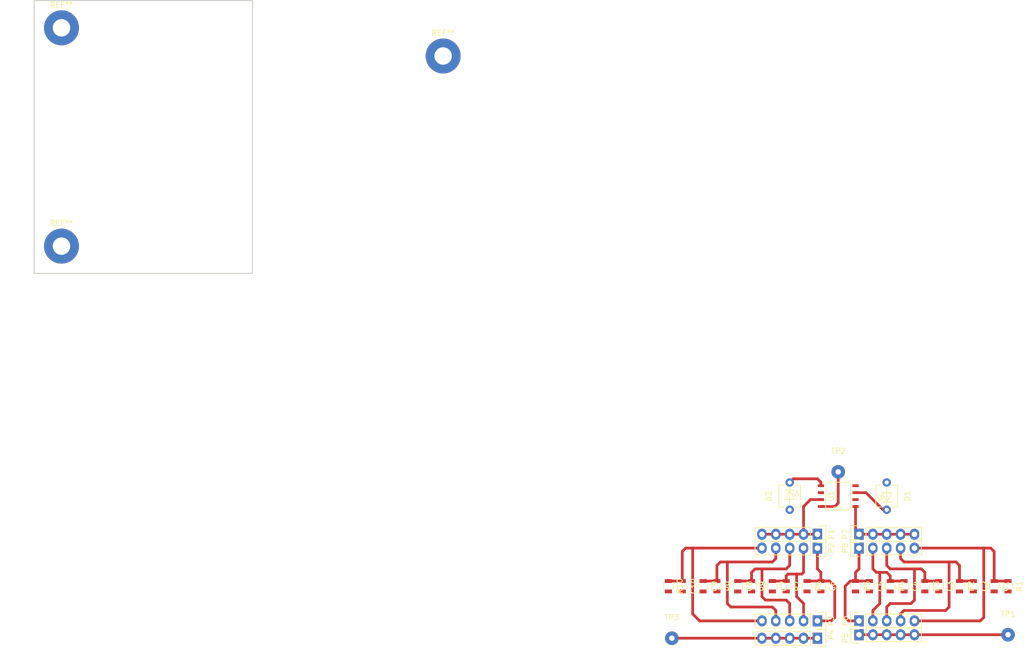
<source format=kicad_pcb>
(kicad_pcb (version 4) (host pcbnew 4.0.5+dfsg1-4)

  (general
    (links 77)
    (no_connects 25)
    (area -0.100001 -0.100001 40.100001 50.100001)
    (thickness 1.6)
    (drawings 4)
    (tracks 134)
    (zones 0)
    (modules 37)
    (nets 19)
  )

  (page A4)
  (layers
    (0 F.Cu signal)
    (31 B.Cu signal)
    (32 B.Adhes user)
    (33 F.Adhes user)
    (34 B.Paste user)
    (35 F.Paste user)
    (36 B.SilkS user)
    (37 F.SilkS user)
    (38 B.Mask user)
    (39 F.Mask user)
    (40 Dwgs.User user)
    (41 Cmts.User user)
    (42 Eco1.User user)
    (43 Eco2.User user)
    (44 Edge.Cuts user)
    (45 Margin user)
    (46 B.CrtYd user)
    (47 F.CrtYd user)
    (48 B.Fab user)
    (49 F.Fab user)
  )

  (setup
    (last_trace_width 0.5)
    (user_trace_width 0.5)
    (trace_clearance 0.2)
    (zone_clearance 0.508)
    (zone_45_only no)
    (trace_min 0.2)
    (segment_width 0.2)
    (edge_width 0.2)
    (via_size 0.6)
    (via_drill 0.4)
    (via_min_size 0.4)
    (via_min_drill 0.3)
    (user_via 1 0.5)
    (uvia_size 0.3)
    (uvia_drill 0.1)
    (uvias_allowed no)
    (uvia_min_size 0.2)
    (uvia_min_drill 0.1)
    (pcb_text_width 0.3)
    (pcb_text_size 1.5 1.5)
    (mod_edge_width 0.15)
    (mod_text_size 1 1)
    (mod_text_width 0.15)
    (pad_size 1.524 1.524)
    (pad_drill 0.762)
    (pad_to_mask_clearance 0.2)
    (aux_axis_origin 0 0)
    (visible_elements FFFFFF7F)
    (pcbplotparams
      (layerselection 0x00030_80000001)
      (usegerberextensions false)
      (excludeedgelayer true)
      (linewidth 0.100000)
      (plotframeref false)
      (viasonmask false)
      (mode 1)
      (useauxorigin false)
      (hpglpennumber 1)
      (hpglpenspeed 20)
      (hpglpendiameter 15)
      (hpglpenoverlay 2)
      (psnegative false)
      (psa4output false)
      (plotreference true)
      (plotvalue true)
      (plotinvisibletext false)
      (padsonsilk false)
      (subtractmaskfromsilk false)
      (outputformat 1)
      (mirror false)
      (drillshape 1)
      (scaleselection 1)
      (outputdirectory ""))
  )

  (net 0 "")
  (net 1 "Net-(C1-Pad1)")
  (net 2 "Net-(C2-Pad1)")
  (net 3 "Net-(C3-Pad1)")
  (net 4 "Net-(C4-Pad1)")
  (net 5 "Net-(C5-Pad1)")
  (net 6 "Net-(P1-Pad1)")
  (net 7 "Net-(P4-Pad1)")
  (net 8 "Net-(D1-Pad1)")
  (net 9 GND)
  (net 10 +5V)
  (net 11 "Net-(C6-Pad1)")
  (net 12 "Net-(C7-Pad1)")
  (net 13 "Net-(C8-Pad1)")
  (net 14 "Net-(C9-Pad1)")
  (net 15 "Net-(C10-Pad1)")
  (net 16 "Net-(D2-Pad1)")
  (net 17 "Net-(P5-Pad1)")
  (net 18 "Net-(P7-Pad1)")

  (net_class Default "This is the default net class."
    (clearance 0.2)
    (trace_width 0.25)
    (via_dia 0.6)
    (via_drill 0.4)
    (uvia_dia 0.3)
    (uvia_drill 0.1)
    (add_net +5V)
    (add_net GND)
    (add_net "Net-(C1-Pad1)")
    (add_net "Net-(C10-Pad1)")
    (add_net "Net-(C2-Pad1)")
    (add_net "Net-(C3-Pad1)")
    (add_net "Net-(C4-Pad1)")
    (add_net "Net-(C5-Pad1)")
    (add_net "Net-(C6-Pad1)")
    (add_net "Net-(C7-Pad1)")
    (add_net "Net-(C8-Pad1)")
    (add_net "Net-(C9-Pad1)")
    (add_net "Net-(D1-Pad1)")
    (add_net "Net-(D2-Pad1)")
    (add_net "Net-(P1-Pad1)")
    (add_net "Net-(P4-Pad1)")
    (add_net "Net-(P5-Pad1)")
    (add_net "Net-(P7-Pad1)")
  )

  (module Pin_Headers:Pin_Header_Straight_1x05 (layer F.Cu) (tedit 54EA0684) (tstamp 5900189A)
    (at 151.13 97.79 90)
    (descr "Through hole pin header")
    (tags "pin header")
    (path /58FDBBF8)
    (fp_text reference P1 (at 0 -5.1 90) (layer F.SilkS)
      (effects (font (size 1 1) (thickness 0.15)))
    )
    (fp_text value CONN_01X05 (at 0 -3.1 90) (layer F.Fab)
      (effects (font (size 1 1) (thickness 0.15)))
    )
    (fp_line (start -1.55 0) (end -1.55 -1.55) (layer F.SilkS) (width 0.15))
    (fp_line (start -1.55 -1.55) (end 1.55 -1.55) (layer F.SilkS) (width 0.15))
    (fp_line (start 1.55 -1.55) (end 1.55 0) (layer F.SilkS) (width 0.15))
    (fp_line (start -1.75 -1.75) (end -1.75 11.95) (layer F.CrtYd) (width 0.05))
    (fp_line (start 1.75 -1.75) (end 1.75 11.95) (layer F.CrtYd) (width 0.05))
    (fp_line (start -1.75 -1.75) (end 1.75 -1.75) (layer F.CrtYd) (width 0.05))
    (fp_line (start -1.75 11.95) (end 1.75 11.95) (layer F.CrtYd) (width 0.05))
    (fp_line (start 1.27 1.27) (end 1.27 11.43) (layer F.SilkS) (width 0.15))
    (fp_line (start 1.27 11.43) (end -1.27 11.43) (layer F.SilkS) (width 0.15))
    (fp_line (start -1.27 11.43) (end -1.27 1.27) (layer F.SilkS) (width 0.15))
    (fp_line (start 1.27 1.27) (end -1.27 1.27) (layer F.SilkS) (width 0.15))
    (pad 1 thru_hole rect (at 0 0 90) (size 2.032 1.7272) (drill 1.016) (layers *.Cu *.Mask)
      (net 6 "Net-(P1-Pad1)"))
    (pad 2 thru_hole oval (at 0 2.54 90) (size 2.032 1.7272) (drill 1.016) (layers *.Cu *.Mask)
      (net 6 "Net-(P1-Pad1)"))
    (pad 3 thru_hole oval (at 0 5.08 90) (size 2.032 1.7272) (drill 1.016) (layers *.Cu *.Mask)
      (net 6 "Net-(P1-Pad1)"))
    (pad 4 thru_hole oval (at 0 7.62 90) (size 2.032 1.7272) (drill 1.016) (layers *.Cu *.Mask)
      (net 6 "Net-(P1-Pad1)"))
    (pad 5 thru_hole oval (at 0 10.16 90) (size 2.032 1.7272) (drill 1.016) (layers *.Cu *.Mask)
      (net 6 "Net-(P1-Pad1)"))
    (model Pin_Headers.3dshapes/Pin_Header_Straight_1x05.wrl
      (at (xyz 0 -0.2 0))
      (scale (xyz 1 1 1))
      (rotate (xyz 0 0 90))
    )
  )

  (module Pin_Headers:Pin_Header_Straight_1x05 (layer F.Cu) (tedit 54EA0684) (tstamp 590018AE)
    (at 151.13 100.33 90)
    (descr "Through hole pin header")
    (tags "pin header")
    (path /58FDC421)
    (fp_text reference P2 (at 0 -5.1 90) (layer F.SilkS)
      (effects (font (size 1 1) (thickness 0.15)))
    )
    (fp_text value CONN_01X05 (at 0 -3.1 90) (layer F.Fab)
      (effects (font (size 1 1) (thickness 0.15)))
    )
    (fp_line (start -1.55 0) (end -1.55 -1.55) (layer F.SilkS) (width 0.15))
    (fp_line (start -1.55 -1.55) (end 1.55 -1.55) (layer F.SilkS) (width 0.15))
    (fp_line (start 1.55 -1.55) (end 1.55 0) (layer F.SilkS) (width 0.15))
    (fp_line (start -1.75 -1.75) (end -1.75 11.95) (layer F.CrtYd) (width 0.05))
    (fp_line (start 1.75 -1.75) (end 1.75 11.95) (layer F.CrtYd) (width 0.05))
    (fp_line (start -1.75 -1.75) (end 1.75 -1.75) (layer F.CrtYd) (width 0.05))
    (fp_line (start -1.75 11.95) (end 1.75 11.95) (layer F.CrtYd) (width 0.05))
    (fp_line (start 1.27 1.27) (end 1.27 11.43) (layer F.SilkS) (width 0.15))
    (fp_line (start 1.27 11.43) (end -1.27 11.43) (layer F.SilkS) (width 0.15))
    (fp_line (start -1.27 11.43) (end -1.27 1.27) (layer F.SilkS) (width 0.15))
    (fp_line (start 1.27 1.27) (end -1.27 1.27) (layer F.SilkS) (width 0.15))
    (pad 1 thru_hole rect (at 0 0 90) (size 2.032 1.7272) (drill 1.016) (layers *.Cu *.Mask)
      (net 5 "Net-(C5-Pad1)"))
    (pad 2 thru_hole oval (at 0 2.54 90) (size 2.032 1.7272) (drill 1.016) (layers *.Cu *.Mask)
      (net 4 "Net-(C4-Pad1)"))
    (pad 3 thru_hole oval (at 0 5.08 90) (size 2.032 1.7272) (drill 1.016) (layers *.Cu *.Mask)
      (net 3 "Net-(C3-Pad1)"))
    (pad 4 thru_hole oval (at 0 7.62 90) (size 2.032 1.7272) (drill 1.016) (layers *.Cu *.Mask)
      (net 2 "Net-(C2-Pad1)"))
    (pad 5 thru_hole oval (at 0 10.16 90) (size 2.032 1.7272) (drill 1.016) (layers *.Cu *.Mask)
      (net 1 "Net-(C1-Pad1)"))
    (model Pin_Headers.3dshapes/Pin_Header_Straight_1x05.wrl
      (at (xyz 0 -0.2 0))
      (scale (xyz 1 1 1))
      (rotate (xyz 0 0 90))
    )
  )

  (module Pin_Headers:Pin_Header_Straight_1x05 (layer F.Cu) (tedit 54EA0684) (tstamp 590018C2)
    (at 151.13 113.665 90)
    (descr "Through hole pin header")
    (tags "pin header")
    (path /58FDC9E0)
    (fp_text reference P3 (at 0 -5.1 90) (layer F.SilkS)
      (effects (font (size 1 1) (thickness 0.15)))
    )
    (fp_text value CONN_01X05 (at 0 -3.1 90) (layer F.Fab)
      (effects (font (size 1 1) (thickness 0.15)))
    )
    (fp_line (start -1.55 0) (end -1.55 -1.55) (layer F.SilkS) (width 0.15))
    (fp_line (start -1.55 -1.55) (end 1.55 -1.55) (layer F.SilkS) (width 0.15))
    (fp_line (start 1.55 -1.55) (end 1.55 0) (layer F.SilkS) (width 0.15))
    (fp_line (start -1.75 -1.75) (end -1.75 11.95) (layer F.CrtYd) (width 0.05))
    (fp_line (start 1.75 -1.75) (end 1.75 11.95) (layer F.CrtYd) (width 0.05))
    (fp_line (start -1.75 -1.75) (end 1.75 -1.75) (layer F.CrtYd) (width 0.05))
    (fp_line (start -1.75 11.95) (end 1.75 11.95) (layer F.CrtYd) (width 0.05))
    (fp_line (start 1.27 1.27) (end 1.27 11.43) (layer F.SilkS) (width 0.15))
    (fp_line (start 1.27 11.43) (end -1.27 11.43) (layer F.SilkS) (width 0.15))
    (fp_line (start -1.27 11.43) (end -1.27 1.27) (layer F.SilkS) (width 0.15))
    (fp_line (start 1.27 1.27) (end -1.27 1.27) (layer F.SilkS) (width 0.15))
    (pad 1 thru_hole rect (at 0 0 90) (size 2.032 1.7272) (drill 1.016) (layers *.Cu *.Mask)
      (net 5 "Net-(C5-Pad1)"))
    (pad 2 thru_hole oval (at 0 2.54 90) (size 2.032 1.7272) (drill 1.016) (layers *.Cu *.Mask)
      (net 4 "Net-(C4-Pad1)"))
    (pad 3 thru_hole oval (at 0 5.08 90) (size 2.032 1.7272) (drill 1.016) (layers *.Cu *.Mask)
      (net 3 "Net-(C3-Pad1)"))
    (pad 4 thru_hole oval (at 0 7.62 90) (size 2.032 1.7272) (drill 1.016) (layers *.Cu *.Mask)
      (net 2 "Net-(C2-Pad1)"))
    (pad 5 thru_hole oval (at 0 10.16 90) (size 2.032 1.7272) (drill 1.016) (layers *.Cu *.Mask)
      (net 1 "Net-(C1-Pad1)"))
    (model Pin_Headers.3dshapes/Pin_Header_Straight_1x05.wrl
      (at (xyz 0 -0.2 0))
      (scale (xyz 1 1 1))
      (rotate (xyz 0 0 90))
    )
  )

  (module Pin_Headers:Pin_Header_Straight_1x05 (layer F.Cu) (tedit 54EA0684) (tstamp 590018D6)
    (at 151.13 116.205 90)
    (descr "Through hole pin header")
    (tags "pin header")
    (path /58FDC97C)
    (fp_text reference P4 (at 0 -5.1 90) (layer F.SilkS)
      (effects (font (size 1 1) (thickness 0.15)))
    )
    (fp_text value CONN_01X05 (at 0 -3.1 90) (layer F.Fab)
      (effects (font (size 1 1) (thickness 0.15)))
    )
    (fp_line (start -1.55 0) (end -1.55 -1.55) (layer F.SilkS) (width 0.15))
    (fp_line (start -1.55 -1.55) (end 1.55 -1.55) (layer F.SilkS) (width 0.15))
    (fp_line (start 1.55 -1.55) (end 1.55 0) (layer F.SilkS) (width 0.15))
    (fp_line (start -1.75 -1.75) (end -1.75 11.95) (layer F.CrtYd) (width 0.05))
    (fp_line (start 1.75 -1.75) (end 1.75 11.95) (layer F.CrtYd) (width 0.05))
    (fp_line (start -1.75 -1.75) (end 1.75 -1.75) (layer F.CrtYd) (width 0.05))
    (fp_line (start -1.75 11.95) (end 1.75 11.95) (layer F.CrtYd) (width 0.05))
    (fp_line (start 1.27 1.27) (end 1.27 11.43) (layer F.SilkS) (width 0.15))
    (fp_line (start 1.27 11.43) (end -1.27 11.43) (layer F.SilkS) (width 0.15))
    (fp_line (start -1.27 11.43) (end -1.27 1.27) (layer F.SilkS) (width 0.15))
    (fp_line (start 1.27 1.27) (end -1.27 1.27) (layer F.SilkS) (width 0.15))
    (pad 1 thru_hole rect (at 0 0 90) (size 2.032 1.7272) (drill 1.016) (layers *.Cu *.Mask)
      (net 7 "Net-(P4-Pad1)"))
    (pad 2 thru_hole oval (at 0 2.54 90) (size 2.032 1.7272) (drill 1.016) (layers *.Cu *.Mask)
      (net 7 "Net-(P4-Pad1)"))
    (pad 3 thru_hole oval (at 0 5.08 90) (size 2.032 1.7272) (drill 1.016) (layers *.Cu *.Mask)
      (net 7 "Net-(P4-Pad1)"))
    (pad 4 thru_hole oval (at 0 7.62 90) (size 2.032 1.7272) (drill 1.016) (layers *.Cu *.Mask)
      (net 7 "Net-(P4-Pad1)"))
    (pad 5 thru_hole oval (at 0 10.16 90) (size 2.032 1.7272) (drill 1.016) (layers *.Cu *.Mask)
      (net 7 "Net-(P4-Pad1)"))
    (model Pin_Headers.3dshapes/Pin_Header_Straight_1x05.wrl
      (at (xyz 0 -0.2 0))
      (scale (xyz 1 1 1))
      (rotate (xyz 0 0 90))
    )
  )

  (module Photodiodes:BPW34FA (layer F.Cu) (tedit 58FDDC7C) (tstamp 59009014)
    (at 156.21 90.805 90)
    (path /58FDDC96)
    (fp_text reference D1 (at 0 3.81 90) (layer F.SilkS)
      (effects (font (size 1 1) (thickness 0.15)))
    )
    (fp_text value BPW34FA (at 0 -3.81 90) (layer F.Fab)
      (effects (font (size 1 1) (thickness 0.15)))
    )
    (fp_line (start -0.8 -1.2) (end -0.6 -1.1) (layer F.SilkS) (width 0.15))
    (fp_line (start -0.8 -1.2) (end -0.8 -1.5) (layer F.SilkS) (width 0.15))
    (fp_line (start -0.5 -0.8) (end -0.5 -1) (layer F.SilkS) (width 0.15))
    (fp_line (start -0.5 -1) (end -0.5 -0.8) (layer F.SilkS) (width 0.15))
    (fp_line (start -0.5 -0.8) (end -0.3 -0.7) (layer F.SilkS) (width 0.15))
    (fp_line (start -0.5 -0.8) (end 0.3 -1.3) (layer F.SilkS) (width 0.15))
    (fp_line (start -0.8 -1.2) (end 0 -1.7) (layer F.SilkS) (width 0.15))
    (fp_line (start -1.1 -0.9) (end -1.1 0.9) (layer F.SilkS) (width 0.15))
    (fp_line (start -1.1 0) (end 0.6 0.9) (layer F.SilkS) (width 0.15))
    (fp_line (start 0.6 0) (end 0.6 0.9) (layer F.SilkS) (width 0.15))
    (fp_line (start 0.6 -0.9) (end 0.6 0) (layer F.SilkS) (width 0.15))
    (fp_line (start -1.1 0) (end 0.6 -0.9) (layer F.SilkS) (width 0.15))
    (fp_line (start -1.6 0) (end 1.5 0) (layer F.SilkS) (width 0.15))
    (fp_line (start 1.5 0) (end 1.6 0) (layer F.SilkS) (width 0.15))
    (fp_line (start 2 1) (end 2 2) (layer F.SilkS) (width 0.15))
    (fp_line (start 2 -2) (end 2 -1) (layer F.SilkS) (width 0.15))
    (fp_line (start -2 1) (end -2 2) (layer F.SilkS) (width 0.15))
    (fp_line (start -2 -2) (end 2 -2) (layer F.SilkS) (width 0.15))
    (fp_line (start -2 2) (end 2 2) (layer F.SilkS) (width 0.15))
    (fp_line (start -2 -2) (end -2 -1) (layer F.SilkS) (width 0.15))
    (pad 1 thru_hole circle (at -2.5 0 90) (size 1.524 1.524) (drill 0.762) (layers *.Cu *.Mask)
      (net 8 "Net-(D1-Pad1)"))
    (pad 2 thru_hole circle (at 2.5 0 90) (size 1.524 1.524) (drill 0.762) (layers *.Cu *.Mask)
      (net 9 GND))
  )

  (module Photodiodes:BPW34FA (layer F.Cu) (tedit 58FDDC7C) (tstamp 59009298)
    (at 138.43 90.805 270)
    (path /58FE921C)
    (fp_text reference D2 (at 0 3.81 270) (layer F.SilkS)
      (effects (font (size 1 1) (thickness 0.15)))
    )
    (fp_text value BPW34FA (at 0 -3.81 270) (layer F.Fab)
      (effects (font (size 1 1) (thickness 0.15)))
    )
    (fp_line (start -0.8 -1.2) (end -0.6 -1.1) (layer F.SilkS) (width 0.15))
    (fp_line (start -0.8 -1.2) (end -0.8 -1.5) (layer F.SilkS) (width 0.15))
    (fp_line (start -0.5 -0.8) (end -0.5 -1) (layer F.SilkS) (width 0.15))
    (fp_line (start -0.5 -1) (end -0.5 -0.8) (layer F.SilkS) (width 0.15))
    (fp_line (start -0.5 -0.8) (end -0.3 -0.7) (layer F.SilkS) (width 0.15))
    (fp_line (start -0.5 -0.8) (end 0.3 -1.3) (layer F.SilkS) (width 0.15))
    (fp_line (start -0.8 -1.2) (end 0 -1.7) (layer F.SilkS) (width 0.15))
    (fp_line (start -1.1 -0.9) (end -1.1 0.9) (layer F.SilkS) (width 0.15))
    (fp_line (start -1.1 0) (end 0.6 0.9) (layer F.SilkS) (width 0.15))
    (fp_line (start 0.6 0) (end 0.6 0.9) (layer F.SilkS) (width 0.15))
    (fp_line (start 0.6 -0.9) (end 0.6 0) (layer F.SilkS) (width 0.15))
    (fp_line (start -1.1 0) (end 0.6 -0.9) (layer F.SilkS) (width 0.15))
    (fp_line (start -1.6 0) (end 1.5 0) (layer F.SilkS) (width 0.15))
    (fp_line (start 1.5 0) (end 1.6 0) (layer F.SilkS) (width 0.15))
    (fp_line (start 2 1) (end 2 2) (layer F.SilkS) (width 0.15))
    (fp_line (start 2 -2) (end 2 -1) (layer F.SilkS) (width 0.15))
    (fp_line (start -2 1) (end -2 2) (layer F.SilkS) (width 0.15))
    (fp_line (start -2 -2) (end 2 -2) (layer F.SilkS) (width 0.15))
    (fp_line (start -2 2) (end 2 2) (layer F.SilkS) (width 0.15))
    (fp_line (start -2 -2) (end -2 -1) (layer F.SilkS) (width 0.15))
    (pad 1 thru_hole circle (at -2.5 0 270) (size 1.524 1.524) (drill 0.762) (layers *.Cu *.Mask)
      (net 16 "Net-(D2-Pad1)"))
    (pad 2 thru_hole circle (at 2.5 0 270) (size 1.524 1.524) (drill 0.762) (layers *.Cu *.Mask)
      (net 9 GND))
  )

  (module Pin_Headers:Pin_Header_Straight_1x05 (layer F.Cu) (tedit 54EA0684) (tstamp 590092AC)
    (at 143.51 116.84 270)
    (descr "Through hole pin header")
    (tags "pin header")
    (path /58FE91E6)
    (fp_text reference P5 (at 0 -5.1 270) (layer F.SilkS)
      (effects (font (size 1 1) (thickness 0.15)))
    )
    (fp_text value CONN_01X05 (at 0 -3.1 270) (layer F.Fab)
      (effects (font (size 1 1) (thickness 0.15)))
    )
    (fp_line (start -1.55 0) (end -1.55 -1.55) (layer F.SilkS) (width 0.15))
    (fp_line (start -1.55 -1.55) (end 1.55 -1.55) (layer F.SilkS) (width 0.15))
    (fp_line (start 1.55 -1.55) (end 1.55 0) (layer F.SilkS) (width 0.15))
    (fp_line (start -1.75 -1.75) (end -1.75 11.95) (layer F.CrtYd) (width 0.05))
    (fp_line (start 1.75 -1.75) (end 1.75 11.95) (layer F.CrtYd) (width 0.05))
    (fp_line (start -1.75 -1.75) (end 1.75 -1.75) (layer F.CrtYd) (width 0.05))
    (fp_line (start -1.75 11.95) (end 1.75 11.95) (layer F.CrtYd) (width 0.05))
    (fp_line (start 1.27 1.27) (end 1.27 11.43) (layer F.SilkS) (width 0.15))
    (fp_line (start 1.27 11.43) (end -1.27 11.43) (layer F.SilkS) (width 0.15))
    (fp_line (start -1.27 11.43) (end -1.27 1.27) (layer F.SilkS) (width 0.15))
    (fp_line (start 1.27 1.27) (end -1.27 1.27) (layer F.SilkS) (width 0.15))
    (pad 1 thru_hole rect (at 0 0 270) (size 2.032 1.7272) (drill 1.016) (layers *.Cu *.Mask)
      (net 17 "Net-(P5-Pad1)"))
    (pad 2 thru_hole oval (at 0 2.54 270) (size 2.032 1.7272) (drill 1.016) (layers *.Cu *.Mask)
      (net 17 "Net-(P5-Pad1)"))
    (pad 3 thru_hole oval (at 0 5.08 270) (size 2.032 1.7272) (drill 1.016) (layers *.Cu *.Mask)
      (net 17 "Net-(P5-Pad1)"))
    (pad 4 thru_hole oval (at 0 7.62 270) (size 2.032 1.7272) (drill 1.016) (layers *.Cu *.Mask)
      (net 17 "Net-(P5-Pad1)"))
    (pad 5 thru_hole oval (at 0 10.16 270) (size 2.032 1.7272) (drill 1.016) (layers *.Cu *.Mask)
      (net 17 "Net-(P5-Pad1)"))
    (model Pin_Headers.3dshapes/Pin_Header_Straight_1x05.wrl
      (at (xyz 0 -0.2 0))
      (scale (xyz 1 1 1))
      (rotate (xyz 0 0 90))
    )
  )

  (module Pin_Headers:Pin_Header_Straight_1x05 (layer F.Cu) (tedit 54EA0684) (tstamp 590092C0)
    (at 143.51 113.665 270)
    (descr "Through hole pin header")
    (tags "pin header")
    (path /58FE928D)
    (fp_text reference P6 (at 0 -5.1 270) (layer F.SilkS)
      (effects (font (size 1 1) (thickness 0.15)))
    )
    (fp_text value CONN_01X05 (at 0 -3.1 270) (layer F.Fab)
      (effects (font (size 1 1) (thickness 0.15)))
    )
    (fp_line (start -1.55 0) (end -1.55 -1.55) (layer F.SilkS) (width 0.15))
    (fp_line (start -1.55 -1.55) (end 1.55 -1.55) (layer F.SilkS) (width 0.15))
    (fp_line (start 1.55 -1.55) (end 1.55 0) (layer F.SilkS) (width 0.15))
    (fp_line (start -1.75 -1.75) (end -1.75 11.95) (layer F.CrtYd) (width 0.05))
    (fp_line (start 1.75 -1.75) (end 1.75 11.95) (layer F.CrtYd) (width 0.05))
    (fp_line (start -1.75 -1.75) (end 1.75 -1.75) (layer F.CrtYd) (width 0.05))
    (fp_line (start -1.75 11.95) (end 1.75 11.95) (layer F.CrtYd) (width 0.05))
    (fp_line (start 1.27 1.27) (end 1.27 11.43) (layer F.SilkS) (width 0.15))
    (fp_line (start 1.27 11.43) (end -1.27 11.43) (layer F.SilkS) (width 0.15))
    (fp_line (start -1.27 11.43) (end -1.27 1.27) (layer F.SilkS) (width 0.15))
    (fp_line (start 1.27 1.27) (end -1.27 1.27) (layer F.SilkS) (width 0.15))
    (pad 1 thru_hole rect (at 0 0 270) (size 2.032 1.7272) (drill 1.016) (layers *.Cu *.Mask)
      (net 11 "Net-(C6-Pad1)"))
    (pad 2 thru_hole oval (at 0 2.54 270) (size 2.032 1.7272) (drill 1.016) (layers *.Cu *.Mask)
      (net 12 "Net-(C7-Pad1)"))
    (pad 3 thru_hole oval (at 0 5.08 270) (size 2.032 1.7272) (drill 1.016) (layers *.Cu *.Mask)
      (net 13 "Net-(C8-Pad1)"))
    (pad 4 thru_hole oval (at 0 7.62 270) (size 2.032 1.7272) (drill 1.016) (layers *.Cu *.Mask)
      (net 14 "Net-(C9-Pad1)"))
    (pad 5 thru_hole oval (at 0 10.16 270) (size 2.032 1.7272) (drill 1.016) (layers *.Cu *.Mask)
      (net 15 "Net-(C10-Pad1)"))
    (model Pin_Headers.3dshapes/Pin_Header_Straight_1x05.wrl
      (at (xyz 0 -0.2 0))
      (scale (xyz 1 1 1))
      (rotate (xyz 0 0 90))
    )
  )

  (module Pin_Headers:Pin_Header_Straight_1x05 (layer F.Cu) (tedit 54EA0684) (tstamp 590092D4)
    (at 143.51 97.79 270)
    (descr "Through hole pin header")
    (tags "pin header")
    (path /58FE91CE)
    (fp_text reference P7 (at 0 -5.1 270) (layer F.SilkS)
      (effects (font (size 1 1) (thickness 0.15)))
    )
    (fp_text value CONN_01X05 (at 0 -3.1 270) (layer F.Fab)
      (effects (font (size 1 1) (thickness 0.15)))
    )
    (fp_line (start -1.55 0) (end -1.55 -1.55) (layer F.SilkS) (width 0.15))
    (fp_line (start -1.55 -1.55) (end 1.55 -1.55) (layer F.SilkS) (width 0.15))
    (fp_line (start 1.55 -1.55) (end 1.55 0) (layer F.SilkS) (width 0.15))
    (fp_line (start -1.75 -1.75) (end -1.75 11.95) (layer F.CrtYd) (width 0.05))
    (fp_line (start 1.75 -1.75) (end 1.75 11.95) (layer F.CrtYd) (width 0.05))
    (fp_line (start -1.75 -1.75) (end 1.75 -1.75) (layer F.CrtYd) (width 0.05))
    (fp_line (start -1.75 11.95) (end 1.75 11.95) (layer F.CrtYd) (width 0.05))
    (fp_line (start 1.27 1.27) (end 1.27 11.43) (layer F.SilkS) (width 0.15))
    (fp_line (start 1.27 11.43) (end -1.27 11.43) (layer F.SilkS) (width 0.15))
    (fp_line (start -1.27 11.43) (end -1.27 1.27) (layer F.SilkS) (width 0.15))
    (fp_line (start 1.27 1.27) (end -1.27 1.27) (layer F.SilkS) (width 0.15))
    (pad 1 thru_hole rect (at 0 0 270) (size 2.032 1.7272) (drill 1.016) (layers *.Cu *.Mask)
      (net 18 "Net-(P7-Pad1)"))
    (pad 2 thru_hole oval (at 0 2.54 270) (size 2.032 1.7272) (drill 1.016) (layers *.Cu *.Mask)
      (net 18 "Net-(P7-Pad1)"))
    (pad 3 thru_hole oval (at 0 5.08 270) (size 2.032 1.7272) (drill 1.016) (layers *.Cu *.Mask)
      (net 18 "Net-(P7-Pad1)"))
    (pad 4 thru_hole oval (at 0 7.62 270) (size 2.032 1.7272) (drill 1.016) (layers *.Cu *.Mask)
      (net 18 "Net-(P7-Pad1)"))
    (pad 5 thru_hole oval (at 0 10.16 270) (size 2.032 1.7272) (drill 1.016) (layers *.Cu *.Mask)
      (net 18 "Net-(P7-Pad1)"))
    (model Pin_Headers.3dshapes/Pin_Header_Straight_1x05.wrl
      (at (xyz 0 -0.2 0))
      (scale (xyz 1 1 1))
      (rotate (xyz 0 0 90))
    )
  )

  (module Pin_Headers:Pin_Header_Straight_1x05 (layer F.Cu) (tedit 54EA0684) (tstamp 590092E8)
    (at 143.51 100.33 270)
    (descr "Through hole pin header")
    (tags "pin header")
    (path /58FE91D4)
    (fp_text reference P8 (at 0 -5.1 270) (layer F.SilkS)
      (effects (font (size 1 1) (thickness 0.15)))
    )
    (fp_text value CONN_01X05 (at 0 -3.1 270) (layer F.Fab)
      (effects (font (size 1 1) (thickness 0.15)))
    )
    (fp_line (start -1.55 0) (end -1.55 -1.55) (layer F.SilkS) (width 0.15))
    (fp_line (start -1.55 -1.55) (end 1.55 -1.55) (layer F.SilkS) (width 0.15))
    (fp_line (start 1.55 -1.55) (end 1.55 0) (layer F.SilkS) (width 0.15))
    (fp_line (start -1.75 -1.75) (end -1.75 11.95) (layer F.CrtYd) (width 0.05))
    (fp_line (start 1.75 -1.75) (end 1.75 11.95) (layer F.CrtYd) (width 0.05))
    (fp_line (start -1.75 -1.75) (end 1.75 -1.75) (layer F.CrtYd) (width 0.05))
    (fp_line (start -1.75 11.95) (end 1.75 11.95) (layer F.CrtYd) (width 0.05))
    (fp_line (start 1.27 1.27) (end 1.27 11.43) (layer F.SilkS) (width 0.15))
    (fp_line (start 1.27 11.43) (end -1.27 11.43) (layer F.SilkS) (width 0.15))
    (fp_line (start -1.27 11.43) (end -1.27 1.27) (layer F.SilkS) (width 0.15))
    (fp_line (start 1.27 1.27) (end -1.27 1.27) (layer F.SilkS) (width 0.15))
    (pad 1 thru_hole rect (at 0 0 270) (size 2.032 1.7272) (drill 1.016) (layers *.Cu *.Mask)
      (net 11 "Net-(C6-Pad1)"))
    (pad 2 thru_hole oval (at 0 2.54 270) (size 2.032 1.7272) (drill 1.016) (layers *.Cu *.Mask)
      (net 12 "Net-(C7-Pad1)"))
    (pad 3 thru_hole oval (at 0 5.08 270) (size 2.032 1.7272) (drill 1.016) (layers *.Cu *.Mask)
      (net 13 "Net-(C8-Pad1)"))
    (pad 4 thru_hole oval (at 0 7.62 270) (size 2.032 1.7272) (drill 1.016) (layers *.Cu *.Mask)
      (net 14 "Net-(C9-Pad1)"))
    (pad 5 thru_hole oval (at 0 10.16 270) (size 2.032 1.7272) (drill 1.016) (layers *.Cu *.Mask)
      (net 15 "Net-(C10-Pad1)"))
    (model Pin_Headers.3dshapes/Pin_Header_Straight_1x05.wrl
      (at (xyz 0 -0.2 0))
      (scale (xyz 1 1 1))
      (rotate (xyz 0 0 90))
    )
  )

  (module Resistors_SMD:R_0805 (layer F.Cu) (tedit 58307B54) (tstamp 59009338)
    (at 116.205 107.315 270)
    (descr "Resistor SMD 0805, reflow soldering, Vishay (see dcrcw.pdf)")
    (tags "resistor 0805")
    (path /58FE91DA)
    (attr smd)
    (fp_text reference R10 (at 0 -2.1 270) (layer F.SilkS)
      (effects (font (size 1 1) (thickness 0.15)))
    )
    (fp_text value 100M (at 0 2.1 270) (layer F.Fab)
      (effects (font (size 1 1) (thickness 0.15)))
    )
    (fp_line (start -1 0.625) (end -1 -0.625) (layer F.Fab) (width 0.1))
    (fp_line (start 1 0.625) (end -1 0.625) (layer F.Fab) (width 0.1))
    (fp_line (start 1 -0.625) (end 1 0.625) (layer F.Fab) (width 0.1))
    (fp_line (start -1 -0.625) (end 1 -0.625) (layer F.Fab) (width 0.1))
    (fp_line (start -1.6 -1) (end 1.6 -1) (layer F.CrtYd) (width 0.05))
    (fp_line (start -1.6 1) (end 1.6 1) (layer F.CrtYd) (width 0.05))
    (fp_line (start -1.6 -1) (end -1.6 1) (layer F.CrtYd) (width 0.05))
    (fp_line (start 1.6 -1) (end 1.6 1) (layer F.CrtYd) (width 0.05))
    (fp_line (start 0.6 0.875) (end -0.6 0.875) (layer F.SilkS) (width 0.15))
    (fp_line (start -0.6 -0.875) (end 0.6 -0.875) (layer F.SilkS) (width 0.15))
    (pad 1 smd rect (at -0.95 0 270) (size 0.7 1.3) (layers F.Cu F.Paste F.Mask)
      (net 15 "Net-(C10-Pad1)"))
    (pad 2 smd rect (at 0.95 0 270) (size 0.7 1.3) (layers F.Cu F.Paste F.Mask)
      (net 9 GND))
    (model Resistors_SMD.3dshapes/R_0805.wrl
      (at (xyz 0 0 0))
      (scale (xyz 1 1 1))
      (rotate (xyz 0 0 0))
    )
  )

  (module Wire_Pads:SolderWirePad_single_1mmDrill (layer F.Cu) (tedit 0) (tstamp 59009763)
    (at 178.435 116.205)
    (path /58FE3886)
    (fp_text reference TP1 (at 0 -3.81) (layer F.SilkS)
      (effects (font (size 1 1) (thickness 0.15)))
    )
    (fp_text value TEST (at -1.905 3.175) (layer F.Fab)
      (effects (font (size 1 1) (thickness 0.15)))
    )
    (pad 1 thru_hole circle (at 0 0) (size 2.49936 2.49936) (drill 1.00076) (layers *.Cu *.Mask)
      (net 7 "Net-(P4-Pad1)"))
  )

  (module Wire_Pads:SolderWirePad_single_1mmDrill (layer F.Cu) (tedit 0) (tstamp 59009768)
    (at 147.32 86.36)
    (path /58FEC254)
    (fp_text reference TP2 (at 0 -3.81) (layer F.SilkS)
      (effects (font (size 1 1) (thickness 0.15)))
    )
    (fp_text value TEST (at -1.905 3.175) (layer F.Fab)
      (effects (font (size 1 1) (thickness 0.15)))
    )
    (pad 1 thru_hole circle (at 0 0) (size 2.49936 2.49936) (drill 1.00076) (layers *.Cu *.Mask)
      (net 10 +5V))
  )

  (module Wire_Pads:SolderWirePad_single_1mmDrill (layer F.Cu) (tedit 0) (tstamp 59009807)
    (at 116.84 116.84)
    (path /58FE922E)
    (fp_text reference TP3 (at 0 -3.81) (layer F.SilkS)
      (effects (font (size 1 1) (thickness 0.15)))
    )
    (fp_text value TEST (at -1.905 3.175) (layer F.Fab)
      (effects (font (size 1 1) (thickness 0.15)))
    )
    (pad 1 thru_hole circle (at 0 0) (size 2.49936 2.49936) (drill 1.00076) (layers *.Cu *.Mask)
      (net 17 "Net-(P5-Pad1)"))
  )

  (module Resistors_SMD:R_0805 (layer F.Cu) (tedit 58307B54) (tstamp 58FDEFD0)
    (at 178.435 107.315 270)
    (descr "Resistor SMD 0805, reflow soldering, Vishay (see dcrcw.pdf)")
    (tags "resistor 0805")
    (path /58FDC47A)
    (attr smd)
    (fp_text reference R1 (at 0 -2.1 270) (layer F.SilkS)
      (effects (font (size 1 1) (thickness 0.15)))
    )
    (fp_text value 100M (at 0 2.1 270) (layer F.Fab)
      (effects (font (size 1 1) (thickness 0.15)))
    )
    (fp_line (start -1 0.625) (end -1 -0.625) (layer F.Fab) (width 0.1))
    (fp_line (start 1 0.625) (end -1 0.625) (layer F.Fab) (width 0.1))
    (fp_line (start 1 -0.625) (end 1 0.625) (layer F.Fab) (width 0.1))
    (fp_line (start -1 -0.625) (end 1 -0.625) (layer F.Fab) (width 0.1))
    (fp_line (start -1.6 -1) (end 1.6 -1) (layer F.CrtYd) (width 0.05))
    (fp_line (start -1.6 1) (end 1.6 1) (layer F.CrtYd) (width 0.05))
    (fp_line (start -1.6 -1) (end -1.6 1) (layer F.CrtYd) (width 0.05))
    (fp_line (start 1.6 -1) (end 1.6 1) (layer F.CrtYd) (width 0.05))
    (fp_line (start 0.6 0.875) (end -0.6 0.875) (layer F.SilkS) (width 0.15))
    (fp_line (start -0.6 -0.875) (end 0.6 -0.875) (layer F.SilkS) (width 0.15))
    (pad 1 smd rect (at -0.95 0 270) (size 0.7 1.3) (layers F.Cu F.Paste F.Mask)
      (net 1 "Net-(C1-Pad1)"))
    (pad 2 smd rect (at 0.95 0 270) (size 0.7 1.3) (layers F.Cu F.Paste F.Mask)
      (net 9 GND))
    (model Resistors_SMD.3dshapes/R_0805.wrl
      (at (xyz 0 0 0))
      (scale (xyz 1 1 1))
      (rotate (xyz 0 0 0))
    )
  )

  (module Resistors_SMD:R_0805 (layer F.Cu) (tedit 58307B54) (tstamp 58FDEFD5)
    (at 169.545 107.315 270)
    (descr "Resistor SMD 0805, reflow soldering, Vishay (see dcrcw.pdf)")
    (tags "resistor 0805")
    (path /58FDCBC3)
    (attr smd)
    (fp_text reference R2 (at 0 -2.1 270) (layer F.SilkS)
      (effects (font (size 1 1) (thickness 0.15)))
    )
    (fp_text value 10M (at 0 2.1 270) (layer F.Fab)
      (effects (font (size 1 1) (thickness 0.15)))
    )
    (fp_line (start -1 0.625) (end -1 -0.625) (layer F.Fab) (width 0.1))
    (fp_line (start 1 0.625) (end -1 0.625) (layer F.Fab) (width 0.1))
    (fp_line (start 1 -0.625) (end 1 0.625) (layer F.Fab) (width 0.1))
    (fp_line (start -1 -0.625) (end 1 -0.625) (layer F.Fab) (width 0.1))
    (fp_line (start -1.6 -1) (end 1.6 -1) (layer F.CrtYd) (width 0.05))
    (fp_line (start -1.6 1) (end 1.6 1) (layer F.CrtYd) (width 0.05))
    (fp_line (start -1.6 -1) (end -1.6 1) (layer F.CrtYd) (width 0.05))
    (fp_line (start 1.6 -1) (end 1.6 1) (layer F.CrtYd) (width 0.05))
    (fp_line (start 0.6 0.875) (end -0.6 0.875) (layer F.SilkS) (width 0.15))
    (fp_line (start -0.6 -0.875) (end 0.6 -0.875) (layer F.SilkS) (width 0.15))
    (pad 1 smd rect (at -0.95 0 270) (size 0.7 1.3) (layers F.Cu F.Paste F.Mask)
      (net 2 "Net-(C2-Pad1)"))
    (pad 2 smd rect (at 0.95 0 270) (size 0.7 1.3) (layers F.Cu F.Paste F.Mask)
      (net 9 GND))
    (model Resistors_SMD.3dshapes/R_0805.wrl
      (at (xyz 0 0 0))
      (scale (xyz 1 1 1))
      (rotate (xyz 0 0 0))
    )
  )

  (module Resistors_SMD:R_0805 (layer F.Cu) (tedit 58307B54) (tstamp 58FDEFDA)
    (at 163.195 107.315 270)
    (descr "Resistor SMD 0805, reflow soldering, Vishay (see dcrcw.pdf)")
    (tags "resistor 0805")
    (path /58FDCCA7)
    (attr smd)
    (fp_text reference R3 (at 0 -2.1 270) (layer F.SilkS)
      (effects (font (size 1 1) (thickness 0.15)))
    )
    (fp_text value 1M (at 0 2.1 270) (layer F.Fab)
      (effects (font (size 1 1) (thickness 0.15)))
    )
    (fp_line (start -1 0.625) (end -1 -0.625) (layer F.Fab) (width 0.1))
    (fp_line (start 1 0.625) (end -1 0.625) (layer F.Fab) (width 0.1))
    (fp_line (start 1 -0.625) (end 1 0.625) (layer F.Fab) (width 0.1))
    (fp_line (start -1 -0.625) (end 1 -0.625) (layer F.Fab) (width 0.1))
    (fp_line (start -1.6 -1) (end 1.6 -1) (layer F.CrtYd) (width 0.05))
    (fp_line (start -1.6 1) (end 1.6 1) (layer F.CrtYd) (width 0.05))
    (fp_line (start -1.6 -1) (end -1.6 1) (layer F.CrtYd) (width 0.05))
    (fp_line (start 1.6 -1) (end 1.6 1) (layer F.CrtYd) (width 0.05))
    (fp_line (start 0.6 0.875) (end -0.6 0.875) (layer F.SilkS) (width 0.15))
    (fp_line (start -0.6 -0.875) (end 0.6 -0.875) (layer F.SilkS) (width 0.15))
    (pad 1 smd rect (at -0.95 0 270) (size 0.7 1.3) (layers F.Cu F.Paste F.Mask)
      (net 3 "Net-(C3-Pad1)"))
    (pad 2 smd rect (at 0.95 0 270) (size 0.7 1.3) (layers F.Cu F.Paste F.Mask)
      (net 9 GND))
    (model Resistors_SMD.3dshapes/R_0805.wrl
      (at (xyz 0 0 0))
      (scale (xyz 1 1 1))
      (rotate (xyz 0 0 0))
    )
  )

  (module Resistors_SMD:R_0805 (layer F.Cu) (tedit 58307B54) (tstamp 58FDEFDF)
    (at 156.845 107.315 270)
    (descr "Resistor SMD 0805, reflow soldering, Vishay (see dcrcw.pdf)")
    (tags "resistor 0805")
    (path /58FDCD16)
    (attr smd)
    (fp_text reference R4 (at 0 -2.1 270) (layer F.SilkS)
      (effects (font (size 1 1) (thickness 0.15)))
    )
    (fp_text value 100k (at 0 2.1 270) (layer F.Fab)
      (effects (font (size 1 1) (thickness 0.15)))
    )
    (fp_line (start -1 0.625) (end -1 -0.625) (layer F.Fab) (width 0.1))
    (fp_line (start 1 0.625) (end -1 0.625) (layer F.Fab) (width 0.1))
    (fp_line (start 1 -0.625) (end 1 0.625) (layer F.Fab) (width 0.1))
    (fp_line (start -1 -0.625) (end 1 -0.625) (layer F.Fab) (width 0.1))
    (fp_line (start -1.6 -1) (end 1.6 -1) (layer F.CrtYd) (width 0.05))
    (fp_line (start -1.6 1) (end 1.6 1) (layer F.CrtYd) (width 0.05))
    (fp_line (start -1.6 -1) (end -1.6 1) (layer F.CrtYd) (width 0.05))
    (fp_line (start 1.6 -1) (end 1.6 1) (layer F.CrtYd) (width 0.05))
    (fp_line (start 0.6 0.875) (end -0.6 0.875) (layer F.SilkS) (width 0.15))
    (fp_line (start -0.6 -0.875) (end 0.6 -0.875) (layer F.SilkS) (width 0.15))
    (pad 1 smd rect (at -0.95 0 270) (size 0.7 1.3) (layers F.Cu F.Paste F.Mask)
      (net 4 "Net-(C4-Pad1)"))
    (pad 2 smd rect (at 0.95 0 270) (size 0.7 1.3) (layers F.Cu F.Paste F.Mask)
      (net 9 GND))
    (model Resistors_SMD.3dshapes/R_0805.wrl
      (at (xyz 0 0 0))
      (scale (xyz 1 1 1))
      (rotate (xyz 0 0 0))
    )
  )

  (module Resistors_SMD:R_0805 (layer F.Cu) (tedit 58307B54) (tstamp 58FDEFE4)
    (at 150.495 107.315 270)
    (descr "Resistor SMD 0805, reflow soldering, Vishay (see dcrcw.pdf)")
    (tags "resistor 0805")
    (path /58FDCDBF)
    (attr smd)
    (fp_text reference R5 (at 0 -2.1 270) (layer F.SilkS)
      (effects (font (size 1 1) (thickness 0.15)))
    )
    (fp_text value 10k (at 0 2.1 270) (layer F.Fab)
      (effects (font (size 1 1) (thickness 0.15)))
    )
    (fp_line (start -1 0.625) (end -1 -0.625) (layer F.Fab) (width 0.1))
    (fp_line (start 1 0.625) (end -1 0.625) (layer F.Fab) (width 0.1))
    (fp_line (start 1 -0.625) (end 1 0.625) (layer F.Fab) (width 0.1))
    (fp_line (start -1 -0.625) (end 1 -0.625) (layer F.Fab) (width 0.1))
    (fp_line (start -1.6 -1) (end 1.6 -1) (layer F.CrtYd) (width 0.05))
    (fp_line (start -1.6 1) (end 1.6 1) (layer F.CrtYd) (width 0.05))
    (fp_line (start -1.6 -1) (end -1.6 1) (layer F.CrtYd) (width 0.05))
    (fp_line (start 1.6 -1) (end 1.6 1) (layer F.CrtYd) (width 0.05))
    (fp_line (start 0.6 0.875) (end -0.6 0.875) (layer F.SilkS) (width 0.15))
    (fp_line (start -0.6 -0.875) (end 0.6 -0.875) (layer F.SilkS) (width 0.15))
    (pad 1 smd rect (at -0.95 0 270) (size 0.7 1.3) (layers F.Cu F.Paste F.Mask)
      (net 5 "Net-(C5-Pad1)"))
    (pad 2 smd rect (at 0.95 0 270) (size 0.7 1.3) (layers F.Cu F.Paste F.Mask)
      (net 9 GND))
    (model Resistors_SMD.3dshapes/R_0805.wrl
      (at (xyz 0 0 0))
      (scale (xyz 1 1 1))
      (rotate (xyz 0 0 0))
    )
  )

  (module Resistors_SMD:R_0805 (layer F.Cu) (tedit 58307B54) (tstamp 58FDEFE9)
    (at 141.605 107.315 270)
    (descr "Resistor SMD 0805, reflow soldering, Vishay (see dcrcw.pdf)")
    (tags "resistor 0805")
    (path /58FE9210)
    (attr smd)
    (fp_text reference R6 (at 0 -2.1 270) (layer F.SilkS)
      (effects (font (size 1 1) (thickness 0.15)))
    )
    (fp_text value 10k (at 0 2.1 270) (layer F.Fab)
      (effects (font (size 1 1) (thickness 0.15)))
    )
    (fp_line (start -1 0.625) (end -1 -0.625) (layer F.Fab) (width 0.1))
    (fp_line (start 1 0.625) (end -1 0.625) (layer F.Fab) (width 0.1))
    (fp_line (start 1 -0.625) (end 1 0.625) (layer F.Fab) (width 0.1))
    (fp_line (start -1 -0.625) (end 1 -0.625) (layer F.Fab) (width 0.1))
    (fp_line (start -1.6 -1) (end 1.6 -1) (layer F.CrtYd) (width 0.05))
    (fp_line (start -1.6 1) (end 1.6 1) (layer F.CrtYd) (width 0.05))
    (fp_line (start -1.6 -1) (end -1.6 1) (layer F.CrtYd) (width 0.05))
    (fp_line (start 1.6 -1) (end 1.6 1) (layer F.CrtYd) (width 0.05))
    (fp_line (start 0.6 0.875) (end -0.6 0.875) (layer F.SilkS) (width 0.15))
    (fp_line (start -0.6 -0.875) (end 0.6 -0.875) (layer F.SilkS) (width 0.15))
    (pad 1 smd rect (at -0.95 0 270) (size 0.7 1.3) (layers F.Cu F.Paste F.Mask)
      (net 11 "Net-(C6-Pad1)"))
    (pad 2 smd rect (at 0.95 0 270) (size 0.7 1.3) (layers F.Cu F.Paste F.Mask)
      (net 9 GND))
    (model Resistors_SMD.3dshapes/R_0805.wrl
      (at (xyz 0 0 0))
      (scale (xyz 1 1 1))
      (rotate (xyz 0 0 0))
    )
  )

  (module Resistors_SMD:R_0805 (layer F.Cu) (tedit 58307B54) (tstamp 58FDEFEE)
    (at 137.795 107.315 270)
    (descr "Resistor SMD 0805, reflow soldering, Vishay (see dcrcw.pdf)")
    (tags "resistor 0805")
    (path /58FE9204)
    (attr smd)
    (fp_text reference R7 (at 0 -2.1 270) (layer F.SilkS)
      (effects (font (size 1 1) (thickness 0.15)))
    )
    (fp_text value 100k (at 0 2.1 270) (layer F.Fab)
      (effects (font (size 1 1) (thickness 0.15)))
    )
    (fp_line (start -1 0.625) (end -1 -0.625) (layer F.Fab) (width 0.1))
    (fp_line (start 1 0.625) (end -1 0.625) (layer F.Fab) (width 0.1))
    (fp_line (start 1 -0.625) (end 1 0.625) (layer F.Fab) (width 0.1))
    (fp_line (start -1 -0.625) (end 1 -0.625) (layer F.Fab) (width 0.1))
    (fp_line (start -1.6 -1) (end 1.6 -1) (layer F.CrtYd) (width 0.05))
    (fp_line (start -1.6 1) (end 1.6 1) (layer F.CrtYd) (width 0.05))
    (fp_line (start -1.6 -1) (end -1.6 1) (layer F.CrtYd) (width 0.05))
    (fp_line (start 1.6 -1) (end 1.6 1) (layer F.CrtYd) (width 0.05))
    (fp_line (start 0.6 0.875) (end -0.6 0.875) (layer F.SilkS) (width 0.15))
    (fp_line (start -0.6 -0.875) (end 0.6 -0.875) (layer F.SilkS) (width 0.15))
    (pad 1 smd rect (at -0.95 0 270) (size 0.7 1.3) (layers F.Cu F.Paste F.Mask)
      (net 12 "Net-(C7-Pad1)"))
    (pad 2 smd rect (at 0.95 0 270) (size 0.7 1.3) (layers F.Cu F.Paste F.Mask)
      (net 9 GND))
    (model Resistors_SMD.3dshapes/R_0805.wrl
      (at (xyz 0 0 0))
      (scale (xyz 1 1 1))
      (rotate (xyz 0 0 0))
    )
  )

  (module Resistors_SMD:R_0805 (layer F.Cu) (tedit 58307B54) (tstamp 58FDEFF3)
    (at 131.445 107.315 270)
    (descr "Resistor SMD 0805, reflow soldering, Vishay (see dcrcw.pdf)")
    (tags "resistor 0805")
    (path /58FE91F8)
    (attr smd)
    (fp_text reference R8 (at 0 -2.1 270) (layer F.SilkS)
      (effects (font (size 1 1) (thickness 0.15)))
    )
    (fp_text value 1M (at 0 2.1 270) (layer F.Fab)
      (effects (font (size 1 1) (thickness 0.15)))
    )
    (fp_line (start -1 0.625) (end -1 -0.625) (layer F.Fab) (width 0.1))
    (fp_line (start 1 0.625) (end -1 0.625) (layer F.Fab) (width 0.1))
    (fp_line (start 1 -0.625) (end 1 0.625) (layer F.Fab) (width 0.1))
    (fp_line (start -1 -0.625) (end 1 -0.625) (layer F.Fab) (width 0.1))
    (fp_line (start -1.6 -1) (end 1.6 -1) (layer F.CrtYd) (width 0.05))
    (fp_line (start -1.6 1) (end 1.6 1) (layer F.CrtYd) (width 0.05))
    (fp_line (start -1.6 -1) (end -1.6 1) (layer F.CrtYd) (width 0.05))
    (fp_line (start 1.6 -1) (end 1.6 1) (layer F.CrtYd) (width 0.05))
    (fp_line (start 0.6 0.875) (end -0.6 0.875) (layer F.SilkS) (width 0.15))
    (fp_line (start -0.6 -0.875) (end 0.6 -0.875) (layer F.SilkS) (width 0.15))
    (pad 1 smd rect (at -0.95 0 270) (size 0.7 1.3) (layers F.Cu F.Paste F.Mask)
      (net 13 "Net-(C8-Pad1)"))
    (pad 2 smd rect (at 0.95 0 270) (size 0.7 1.3) (layers F.Cu F.Paste F.Mask)
      (net 9 GND))
    (model Resistors_SMD.3dshapes/R_0805.wrl
      (at (xyz 0 0 0))
      (scale (xyz 1 1 1))
      (rotate (xyz 0 0 0))
    )
  )

  (module Resistors_SMD:R_0805 (layer F.Cu) (tedit 58307B54) (tstamp 58FDEFF8)
    (at 125.095 107.315 270)
    (descr "Resistor SMD 0805, reflow soldering, Vishay (see dcrcw.pdf)")
    (tags "resistor 0805")
    (path /58FE91EC)
    (attr smd)
    (fp_text reference R9 (at 0 -2.1 270) (layer F.SilkS)
      (effects (font (size 1 1) (thickness 0.15)))
    )
    (fp_text value 10M (at 0 2.1 270) (layer F.Fab)
      (effects (font (size 1 1) (thickness 0.15)))
    )
    (fp_line (start -1 0.625) (end -1 -0.625) (layer F.Fab) (width 0.1))
    (fp_line (start 1 0.625) (end -1 0.625) (layer F.Fab) (width 0.1))
    (fp_line (start 1 -0.625) (end 1 0.625) (layer F.Fab) (width 0.1))
    (fp_line (start -1 -0.625) (end 1 -0.625) (layer F.Fab) (width 0.1))
    (fp_line (start -1.6 -1) (end 1.6 -1) (layer F.CrtYd) (width 0.05))
    (fp_line (start -1.6 1) (end 1.6 1) (layer F.CrtYd) (width 0.05))
    (fp_line (start -1.6 -1) (end -1.6 1) (layer F.CrtYd) (width 0.05))
    (fp_line (start 1.6 -1) (end 1.6 1) (layer F.CrtYd) (width 0.05))
    (fp_line (start 0.6 0.875) (end -0.6 0.875) (layer F.SilkS) (width 0.15))
    (fp_line (start -0.6 -0.875) (end 0.6 -0.875) (layer F.SilkS) (width 0.15))
    (pad 1 smd rect (at -0.95 0 270) (size 0.7 1.3) (layers F.Cu F.Paste F.Mask)
      (net 14 "Net-(C9-Pad1)"))
    (pad 2 smd rect (at 0.95 0 270) (size 0.7 1.3) (layers F.Cu F.Paste F.Mask)
      (net 9 GND))
    (model Resistors_SMD.3dshapes/R_0805.wrl
      (at (xyz 0 0 0))
      (scale (xyz 1 1 1))
      (rotate (xyz 0 0 0))
    )
  )

  (module Resistors_SMD:R_0805 (layer F.Cu) (tedit 58307B54) (tstamp 58FE111C)
    (at 175.895 107.315 270)
    (descr "Resistor SMD 0805, reflow soldering, Vishay (see dcrcw.pdf)")
    (tags "resistor 0805")
    (path /58FDC56B)
    (attr smd)
    (fp_text reference C1 (at 0 -2.1 270) (layer F.SilkS)
      (effects (font (size 1 1) (thickness 0.15)))
    )
    (fp_text value 1p (at 0 2.1 270) (layer F.Fab)
      (effects (font (size 1 1) (thickness 0.15)))
    )
    (fp_line (start -1 0.625) (end -1 -0.625) (layer F.Fab) (width 0.1))
    (fp_line (start 1 0.625) (end -1 0.625) (layer F.Fab) (width 0.1))
    (fp_line (start 1 -0.625) (end 1 0.625) (layer F.Fab) (width 0.1))
    (fp_line (start -1 -0.625) (end 1 -0.625) (layer F.Fab) (width 0.1))
    (fp_line (start -1.6 -1) (end 1.6 -1) (layer F.CrtYd) (width 0.05))
    (fp_line (start -1.6 1) (end 1.6 1) (layer F.CrtYd) (width 0.05))
    (fp_line (start -1.6 -1) (end -1.6 1) (layer F.CrtYd) (width 0.05))
    (fp_line (start 1.6 -1) (end 1.6 1) (layer F.CrtYd) (width 0.05))
    (fp_line (start 0.6 0.875) (end -0.6 0.875) (layer F.SilkS) (width 0.15))
    (fp_line (start -0.6 -0.875) (end 0.6 -0.875) (layer F.SilkS) (width 0.15))
    (pad 1 smd rect (at -0.95 0 270) (size 0.7 1.3) (layers F.Cu F.Paste F.Mask)
      (net 1 "Net-(C1-Pad1)"))
    (pad 2 smd rect (at 0.95 0 270) (size 0.7 1.3) (layers F.Cu F.Paste F.Mask)
      (net 9 GND))
    (model Resistors_SMD.3dshapes/R_0805.wrl
      (at (xyz 0 0 0))
      (scale (xyz 1 1 1))
      (rotate (xyz 0 0 0))
    )
  )

  (module Resistors_SMD:R_0805 (layer F.Cu) (tedit 58307B54) (tstamp 58FE1121)
    (at 172.085 107.315 270)
    (descr "Resistor SMD 0805, reflow soldering, Vishay (see dcrcw.pdf)")
    (tags "resistor 0805")
    (path /58FDCBC9)
    (attr smd)
    (fp_text reference C2 (at 0 -2.1 270) (layer F.SilkS)
      (effects (font (size 1 1) (thickness 0.15)))
    )
    (fp_text value 10p (at 0 2.1 270) (layer F.Fab)
      (effects (font (size 1 1) (thickness 0.15)))
    )
    (fp_line (start -1 0.625) (end -1 -0.625) (layer F.Fab) (width 0.1))
    (fp_line (start 1 0.625) (end -1 0.625) (layer F.Fab) (width 0.1))
    (fp_line (start 1 -0.625) (end 1 0.625) (layer F.Fab) (width 0.1))
    (fp_line (start -1 -0.625) (end 1 -0.625) (layer F.Fab) (width 0.1))
    (fp_line (start -1.6 -1) (end 1.6 -1) (layer F.CrtYd) (width 0.05))
    (fp_line (start -1.6 1) (end 1.6 1) (layer F.CrtYd) (width 0.05))
    (fp_line (start -1.6 -1) (end -1.6 1) (layer F.CrtYd) (width 0.05))
    (fp_line (start 1.6 -1) (end 1.6 1) (layer F.CrtYd) (width 0.05))
    (fp_line (start 0.6 0.875) (end -0.6 0.875) (layer F.SilkS) (width 0.15))
    (fp_line (start -0.6 -0.875) (end 0.6 -0.875) (layer F.SilkS) (width 0.15))
    (pad 1 smd rect (at -0.95 0 270) (size 0.7 1.3) (layers F.Cu F.Paste F.Mask)
      (net 2 "Net-(C2-Pad1)"))
    (pad 2 smd rect (at 0.95 0 270) (size 0.7 1.3) (layers F.Cu F.Paste F.Mask)
      (net 9 GND))
    (model Resistors_SMD.3dshapes/R_0805.wrl
      (at (xyz 0 0 0))
      (scale (xyz 1 1 1))
      (rotate (xyz 0 0 0))
    )
  )

  (module Resistors_SMD:R_0805 (layer F.Cu) (tedit 58307B54) (tstamp 58FE1126)
    (at 165.735 107.315 270)
    (descr "Resistor SMD 0805, reflow soldering, Vishay (see dcrcw.pdf)")
    (tags "resistor 0805")
    (path /58FDCCAD)
    (attr smd)
    (fp_text reference C3 (at 0 -2.1 270) (layer F.SilkS)
      (effects (font (size 1 1) (thickness 0.15)))
    )
    (fp_text value 100p (at 0 2.1 270) (layer F.Fab)
      (effects (font (size 1 1) (thickness 0.15)))
    )
    (fp_line (start -1 0.625) (end -1 -0.625) (layer F.Fab) (width 0.1))
    (fp_line (start 1 0.625) (end -1 0.625) (layer F.Fab) (width 0.1))
    (fp_line (start 1 -0.625) (end 1 0.625) (layer F.Fab) (width 0.1))
    (fp_line (start -1 -0.625) (end 1 -0.625) (layer F.Fab) (width 0.1))
    (fp_line (start -1.6 -1) (end 1.6 -1) (layer F.CrtYd) (width 0.05))
    (fp_line (start -1.6 1) (end 1.6 1) (layer F.CrtYd) (width 0.05))
    (fp_line (start -1.6 -1) (end -1.6 1) (layer F.CrtYd) (width 0.05))
    (fp_line (start 1.6 -1) (end 1.6 1) (layer F.CrtYd) (width 0.05))
    (fp_line (start 0.6 0.875) (end -0.6 0.875) (layer F.SilkS) (width 0.15))
    (fp_line (start -0.6 -0.875) (end 0.6 -0.875) (layer F.SilkS) (width 0.15))
    (pad 1 smd rect (at -0.95 0 270) (size 0.7 1.3) (layers F.Cu F.Paste F.Mask)
      (net 3 "Net-(C3-Pad1)"))
    (pad 2 smd rect (at 0.95 0 270) (size 0.7 1.3) (layers F.Cu F.Paste F.Mask)
      (net 9 GND))
    (model Resistors_SMD.3dshapes/R_0805.wrl
      (at (xyz 0 0 0))
      (scale (xyz 1 1 1))
      (rotate (xyz 0 0 0))
    )
  )

  (module Resistors_SMD:R_0805 (layer F.Cu) (tedit 58307B54) (tstamp 58FE112B)
    (at 159.385 107.315 270)
    (descr "Resistor SMD 0805, reflow soldering, Vishay (see dcrcw.pdf)")
    (tags "resistor 0805")
    (path /58FDCD1C)
    (attr smd)
    (fp_text reference C4 (at 0 -2.1 270) (layer F.SilkS)
      (effects (font (size 1 1) (thickness 0.15)))
    )
    (fp_text value 1n (at 0 2.1 270) (layer F.Fab)
      (effects (font (size 1 1) (thickness 0.15)))
    )
    (fp_line (start -1 0.625) (end -1 -0.625) (layer F.Fab) (width 0.1))
    (fp_line (start 1 0.625) (end -1 0.625) (layer F.Fab) (width 0.1))
    (fp_line (start 1 -0.625) (end 1 0.625) (layer F.Fab) (width 0.1))
    (fp_line (start -1 -0.625) (end 1 -0.625) (layer F.Fab) (width 0.1))
    (fp_line (start -1.6 -1) (end 1.6 -1) (layer F.CrtYd) (width 0.05))
    (fp_line (start -1.6 1) (end 1.6 1) (layer F.CrtYd) (width 0.05))
    (fp_line (start -1.6 -1) (end -1.6 1) (layer F.CrtYd) (width 0.05))
    (fp_line (start 1.6 -1) (end 1.6 1) (layer F.CrtYd) (width 0.05))
    (fp_line (start 0.6 0.875) (end -0.6 0.875) (layer F.SilkS) (width 0.15))
    (fp_line (start -0.6 -0.875) (end 0.6 -0.875) (layer F.SilkS) (width 0.15))
    (pad 1 smd rect (at -0.95 0 270) (size 0.7 1.3) (layers F.Cu F.Paste F.Mask)
      (net 4 "Net-(C4-Pad1)"))
    (pad 2 smd rect (at 0.95 0 270) (size 0.7 1.3) (layers F.Cu F.Paste F.Mask)
      (net 9 GND))
    (model Resistors_SMD.3dshapes/R_0805.wrl
      (at (xyz 0 0 0))
      (scale (xyz 1 1 1))
      (rotate (xyz 0 0 0))
    )
  )

  (module Resistors_SMD:R_0805 (layer F.Cu) (tedit 58307B54) (tstamp 58FE1130)
    (at 153.035 107.315 270)
    (descr "Resistor SMD 0805, reflow soldering, Vishay (see dcrcw.pdf)")
    (tags "resistor 0805")
    (path /58FDCDC5)
    (attr smd)
    (fp_text reference C5 (at 0 -2.1 270) (layer F.SilkS)
      (effects (font (size 1 1) (thickness 0.15)))
    )
    (fp_text value 10n (at 0 2.1 270) (layer F.Fab)
      (effects (font (size 1 1) (thickness 0.15)))
    )
    (fp_line (start -1 0.625) (end -1 -0.625) (layer F.Fab) (width 0.1))
    (fp_line (start 1 0.625) (end -1 0.625) (layer F.Fab) (width 0.1))
    (fp_line (start 1 -0.625) (end 1 0.625) (layer F.Fab) (width 0.1))
    (fp_line (start -1 -0.625) (end 1 -0.625) (layer F.Fab) (width 0.1))
    (fp_line (start -1.6 -1) (end 1.6 -1) (layer F.CrtYd) (width 0.05))
    (fp_line (start -1.6 1) (end 1.6 1) (layer F.CrtYd) (width 0.05))
    (fp_line (start -1.6 -1) (end -1.6 1) (layer F.CrtYd) (width 0.05))
    (fp_line (start 1.6 -1) (end 1.6 1) (layer F.CrtYd) (width 0.05))
    (fp_line (start 0.6 0.875) (end -0.6 0.875) (layer F.SilkS) (width 0.15))
    (fp_line (start -0.6 -0.875) (end 0.6 -0.875) (layer F.SilkS) (width 0.15))
    (pad 1 smd rect (at -0.95 0 270) (size 0.7 1.3) (layers F.Cu F.Paste F.Mask)
      (net 5 "Net-(C5-Pad1)"))
    (pad 2 smd rect (at 0.95 0 270) (size 0.7 1.3) (layers F.Cu F.Paste F.Mask)
      (net 9 GND))
    (model Resistors_SMD.3dshapes/R_0805.wrl
      (at (xyz 0 0 0))
      (scale (xyz 1 1 1))
      (rotate (xyz 0 0 0))
    )
  )

  (module Resistors_SMD:R_0805 (layer F.Cu) (tedit 58307B54) (tstamp 58FE1135)
    (at 144.145 107.315 270)
    (descr "Resistor SMD 0805, reflow soldering, Vishay (see dcrcw.pdf)")
    (tags "resistor 0805")
    (path /58FE9216)
    (attr smd)
    (fp_text reference C6 (at 0 -2.1 270) (layer F.SilkS)
      (effects (font (size 1 1) (thickness 0.15)))
    )
    (fp_text value 10n (at 0 2.1 270) (layer F.Fab)
      (effects (font (size 1 1) (thickness 0.15)))
    )
    (fp_line (start -1 0.625) (end -1 -0.625) (layer F.Fab) (width 0.1))
    (fp_line (start 1 0.625) (end -1 0.625) (layer F.Fab) (width 0.1))
    (fp_line (start 1 -0.625) (end 1 0.625) (layer F.Fab) (width 0.1))
    (fp_line (start -1 -0.625) (end 1 -0.625) (layer F.Fab) (width 0.1))
    (fp_line (start -1.6 -1) (end 1.6 -1) (layer F.CrtYd) (width 0.05))
    (fp_line (start -1.6 1) (end 1.6 1) (layer F.CrtYd) (width 0.05))
    (fp_line (start -1.6 -1) (end -1.6 1) (layer F.CrtYd) (width 0.05))
    (fp_line (start 1.6 -1) (end 1.6 1) (layer F.CrtYd) (width 0.05))
    (fp_line (start 0.6 0.875) (end -0.6 0.875) (layer F.SilkS) (width 0.15))
    (fp_line (start -0.6 -0.875) (end 0.6 -0.875) (layer F.SilkS) (width 0.15))
    (pad 1 smd rect (at -0.95 0 270) (size 0.7 1.3) (layers F.Cu F.Paste F.Mask)
      (net 11 "Net-(C6-Pad1)"))
    (pad 2 smd rect (at 0.95 0 270) (size 0.7 1.3) (layers F.Cu F.Paste F.Mask)
      (net 9 GND))
    (model Resistors_SMD.3dshapes/R_0805.wrl
      (at (xyz 0 0 0))
      (scale (xyz 1 1 1))
      (rotate (xyz 0 0 0))
    )
  )

  (module Resistors_SMD:R_0805 (layer F.Cu) (tedit 58307B54) (tstamp 58FE113A)
    (at 135.255 107.315 270)
    (descr "Resistor SMD 0805, reflow soldering, Vishay (see dcrcw.pdf)")
    (tags "resistor 0805")
    (path /58FE920A)
    (attr smd)
    (fp_text reference C7 (at 0 -2.1 270) (layer F.SilkS)
      (effects (font (size 1 1) (thickness 0.15)))
    )
    (fp_text value 1n (at 0 2.1 270) (layer F.Fab)
      (effects (font (size 1 1) (thickness 0.15)))
    )
    (fp_line (start -1 0.625) (end -1 -0.625) (layer F.Fab) (width 0.1))
    (fp_line (start 1 0.625) (end -1 0.625) (layer F.Fab) (width 0.1))
    (fp_line (start 1 -0.625) (end 1 0.625) (layer F.Fab) (width 0.1))
    (fp_line (start -1 -0.625) (end 1 -0.625) (layer F.Fab) (width 0.1))
    (fp_line (start -1.6 -1) (end 1.6 -1) (layer F.CrtYd) (width 0.05))
    (fp_line (start -1.6 1) (end 1.6 1) (layer F.CrtYd) (width 0.05))
    (fp_line (start -1.6 -1) (end -1.6 1) (layer F.CrtYd) (width 0.05))
    (fp_line (start 1.6 -1) (end 1.6 1) (layer F.CrtYd) (width 0.05))
    (fp_line (start 0.6 0.875) (end -0.6 0.875) (layer F.SilkS) (width 0.15))
    (fp_line (start -0.6 -0.875) (end 0.6 -0.875) (layer F.SilkS) (width 0.15))
    (pad 1 smd rect (at -0.95 0 270) (size 0.7 1.3) (layers F.Cu F.Paste F.Mask)
      (net 12 "Net-(C7-Pad1)"))
    (pad 2 smd rect (at 0.95 0 270) (size 0.7 1.3) (layers F.Cu F.Paste F.Mask)
      (net 9 GND))
    (model Resistors_SMD.3dshapes/R_0805.wrl
      (at (xyz 0 0 0))
      (scale (xyz 1 1 1))
      (rotate (xyz 0 0 0))
    )
  )

  (module Resistors_SMD:R_0805 (layer F.Cu) (tedit 58307B54) (tstamp 58FE113F)
    (at 128.905 107.315 270)
    (descr "Resistor SMD 0805, reflow soldering, Vishay (see dcrcw.pdf)")
    (tags "resistor 0805")
    (path /58FE91FE)
    (attr smd)
    (fp_text reference C8 (at 0 -2.1 270) (layer F.SilkS)
      (effects (font (size 1 1) (thickness 0.15)))
    )
    (fp_text value 100p (at 0 2.1 270) (layer F.Fab)
      (effects (font (size 1 1) (thickness 0.15)))
    )
    (fp_line (start -1 0.625) (end -1 -0.625) (layer F.Fab) (width 0.1))
    (fp_line (start 1 0.625) (end -1 0.625) (layer F.Fab) (width 0.1))
    (fp_line (start 1 -0.625) (end 1 0.625) (layer F.Fab) (width 0.1))
    (fp_line (start -1 -0.625) (end 1 -0.625) (layer F.Fab) (width 0.1))
    (fp_line (start -1.6 -1) (end 1.6 -1) (layer F.CrtYd) (width 0.05))
    (fp_line (start -1.6 1) (end 1.6 1) (layer F.CrtYd) (width 0.05))
    (fp_line (start -1.6 -1) (end -1.6 1) (layer F.CrtYd) (width 0.05))
    (fp_line (start 1.6 -1) (end 1.6 1) (layer F.CrtYd) (width 0.05))
    (fp_line (start 0.6 0.875) (end -0.6 0.875) (layer F.SilkS) (width 0.15))
    (fp_line (start -0.6 -0.875) (end 0.6 -0.875) (layer F.SilkS) (width 0.15))
    (pad 1 smd rect (at -0.95 0 270) (size 0.7 1.3) (layers F.Cu F.Paste F.Mask)
      (net 13 "Net-(C8-Pad1)"))
    (pad 2 smd rect (at 0.95 0 270) (size 0.7 1.3) (layers F.Cu F.Paste F.Mask)
      (net 9 GND))
    (model Resistors_SMD.3dshapes/R_0805.wrl
      (at (xyz 0 0 0))
      (scale (xyz 1 1 1))
      (rotate (xyz 0 0 0))
    )
  )

  (module Resistors_SMD:R_0805 (layer F.Cu) (tedit 58307B54) (tstamp 58FE1144)
    (at 122.555 107.315 270)
    (descr "Resistor SMD 0805, reflow soldering, Vishay (see dcrcw.pdf)")
    (tags "resistor 0805")
    (path /58FE91F2)
    (attr smd)
    (fp_text reference C9 (at 0 -2.1 270) (layer F.SilkS)
      (effects (font (size 1 1) (thickness 0.15)))
    )
    (fp_text value 10p (at 0 2.1 270) (layer F.Fab)
      (effects (font (size 1 1) (thickness 0.15)))
    )
    (fp_line (start -1 0.625) (end -1 -0.625) (layer F.Fab) (width 0.1))
    (fp_line (start 1 0.625) (end -1 0.625) (layer F.Fab) (width 0.1))
    (fp_line (start 1 -0.625) (end 1 0.625) (layer F.Fab) (width 0.1))
    (fp_line (start -1 -0.625) (end 1 -0.625) (layer F.Fab) (width 0.1))
    (fp_line (start -1.6 -1) (end 1.6 -1) (layer F.CrtYd) (width 0.05))
    (fp_line (start -1.6 1) (end 1.6 1) (layer F.CrtYd) (width 0.05))
    (fp_line (start -1.6 -1) (end -1.6 1) (layer F.CrtYd) (width 0.05))
    (fp_line (start 1.6 -1) (end 1.6 1) (layer F.CrtYd) (width 0.05))
    (fp_line (start 0.6 0.875) (end -0.6 0.875) (layer F.SilkS) (width 0.15))
    (fp_line (start -0.6 -0.875) (end 0.6 -0.875) (layer F.SilkS) (width 0.15))
    (pad 1 smd rect (at -0.95 0 270) (size 0.7 1.3) (layers F.Cu F.Paste F.Mask)
      (net 14 "Net-(C9-Pad1)"))
    (pad 2 smd rect (at 0.95 0 270) (size 0.7 1.3) (layers F.Cu F.Paste F.Mask)
      (net 9 GND))
    (model Resistors_SMD.3dshapes/R_0805.wrl
      (at (xyz 0 0 0))
      (scale (xyz 1 1 1))
      (rotate (xyz 0 0 0))
    )
  )

  (module Resistors_SMD:R_0805 (layer F.Cu) (tedit 58307B54) (tstamp 58FE1149)
    (at 118.745 107.315 270)
    (descr "Resistor SMD 0805, reflow soldering, Vishay (see dcrcw.pdf)")
    (tags "resistor 0805")
    (path /58FE91E0)
    (attr smd)
    (fp_text reference C10 (at 0 -2.1 270) (layer F.SilkS)
      (effects (font (size 1 1) (thickness 0.15)))
    )
    (fp_text value 1p (at 0 2.1 270) (layer F.Fab)
      (effects (font (size 1 1) (thickness 0.15)))
    )
    (fp_line (start -1 0.625) (end -1 -0.625) (layer F.Fab) (width 0.1))
    (fp_line (start 1 0.625) (end -1 0.625) (layer F.Fab) (width 0.1))
    (fp_line (start 1 -0.625) (end 1 0.625) (layer F.Fab) (width 0.1))
    (fp_line (start -1 -0.625) (end 1 -0.625) (layer F.Fab) (width 0.1))
    (fp_line (start -1.6 -1) (end 1.6 -1) (layer F.CrtYd) (width 0.05))
    (fp_line (start -1.6 1) (end 1.6 1) (layer F.CrtYd) (width 0.05))
    (fp_line (start -1.6 -1) (end -1.6 1) (layer F.CrtYd) (width 0.05))
    (fp_line (start 1.6 -1) (end 1.6 1) (layer F.CrtYd) (width 0.05))
    (fp_line (start 0.6 0.875) (end -0.6 0.875) (layer F.SilkS) (width 0.15))
    (fp_line (start -0.6 -0.875) (end 0.6 -0.875) (layer F.SilkS) (width 0.15))
    (pad 1 smd rect (at -0.95 0 270) (size 0.7 1.3) (layers F.Cu F.Paste F.Mask)
      (net 15 "Net-(C10-Pad1)"))
    (pad 2 smd rect (at 0.95 0 270) (size 0.7 1.3) (layers F.Cu F.Paste F.Mask)
      (net 9 GND))
    (model Resistors_SMD.3dshapes/R_0805.wrl
      (at (xyz 0 0 0))
      (scale (xyz 1 1 1))
      (rotate (xyz 0 0 0))
    )
  )

  (module SMD_Packages:SOIC-8-N (layer F.Cu) (tedit 0) (tstamp 58FE285D)
    (at 147.32 90.805 90)
    (descr "Module Narrow CMS SOJ 8 pins large")
    (tags "CMS SOJ")
    (path /58FDBB28)
    (attr smd)
    (fp_text reference U1 (at 0 -1.27 90) (layer F.SilkS)
      (effects (font (size 1 1) (thickness 0.15)))
    )
    (fp_text value AD8616 (at 0 1.27 90) (layer F.Fab)
      (effects (font (size 1 1) (thickness 0.15)))
    )
    (fp_line (start -2.54 -2.286) (end 2.54 -2.286) (layer F.SilkS) (width 0.15))
    (fp_line (start 2.54 -2.286) (end 2.54 2.286) (layer F.SilkS) (width 0.15))
    (fp_line (start 2.54 2.286) (end -2.54 2.286) (layer F.SilkS) (width 0.15))
    (fp_line (start -2.54 2.286) (end -2.54 -2.286) (layer F.SilkS) (width 0.15))
    (fp_line (start -2.54 -0.762) (end -2.032 -0.762) (layer F.SilkS) (width 0.15))
    (fp_line (start -2.032 -0.762) (end -2.032 0.508) (layer F.SilkS) (width 0.15))
    (fp_line (start -2.032 0.508) (end -2.54 0.508) (layer F.SilkS) (width 0.15))
    (pad 8 smd rect (at -1.905 -3.175 90) (size 0.508 1.143) (layers F.Cu F.Paste F.Mask)
      (net 10 +5V))
    (pad 7 smd rect (at -0.635 -3.175 90) (size 0.508 1.143) (layers F.Cu F.Paste F.Mask)
      (net 18 "Net-(P7-Pad1)"))
    (pad 6 smd rect (at 0.635 -3.175 90) (size 0.508 1.143) (layers F.Cu F.Paste F.Mask)
      (net 9 GND))
    (pad 5 smd rect (at 1.905 -3.175 90) (size 0.508 1.143) (layers F.Cu F.Paste F.Mask)
      (net 16 "Net-(D2-Pad1)"))
    (pad 4 smd rect (at 1.905 3.175 90) (size 0.508 1.143) (layers F.Cu F.Paste F.Mask)
      (net 9 GND))
    (pad 3 smd rect (at 0.635 3.175 90) (size 0.508 1.143) (layers F.Cu F.Paste F.Mask)
      (net 8 "Net-(D1-Pad1)"))
    (pad 2 smd rect (at -0.635 3.175 90) (size 0.508 1.143) (layers F.Cu F.Paste F.Mask)
      (net 9 GND))
    (pad 1 smd rect (at -1.905 3.175 90) (size 0.508 1.143) (layers F.Cu F.Paste F.Mask)
      (net 6 "Net-(P1-Pad1)"))
    (model SMD_Packages.3dshapes/SOIC-8-N.wrl
      (at (xyz 0 0 0))
      (scale (xyz 0.5 0.38 0.5))
      (rotate (xyz 0 0 0))
    )
  )

  (module Mounting_Holes:MountingHole_3.2mm_M3_Pad (layer F.Cu) (tedit 56D1B4CB) (tstamp 58FE333D)
    (at 5 5)
    (descr "Mounting Hole 3.2mm, M3")
    (tags "mounting hole 3.2mm m3")
    (fp_text reference REF** (at 0 -4.2) (layer F.SilkS)
      (effects (font (size 1 1) (thickness 0.15)))
    )
    (fp_text value MountingHole_3.2mm_M3_Pad (at 0 4.2) (layer F.Fab)
      (effects (font (size 1 1) (thickness 0.15)))
    )
    (fp_circle (center 0 0) (end 3.2 0) (layer Cmts.User) (width 0.15))
    (fp_circle (center 0 0) (end 3.45 0) (layer F.CrtYd) (width 0.05))
    (pad 1 thru_hole circle (at 0 0) (size 6.4 6.4) (drill 3.2) (layers *.Cu *.Mask))
  )

  (module Mounting_Holes:MountingHole_3.2mm_M3_Pad (layer F.Cu) (tedit 56D1B4CB) (tstamp 58FE3349)
    (at 5 45)
    (descr "Mounting Hole 3.2mm, M3")
    (tags "mounting hole 3.2mm m3")
    (fp_text reference REF** (at 0 -4.2) (layer F.SilkS)
      (effects (font (size 1 1) (thickness 0.15)))
    )
    (fp_text value MountingHole_3.2mm_M3_Pad (at 0 4.2) (layer F.Fab)
      (effects (font (size 1 1) (thickness 0.15)))
    )
    (fp_circle (center 0 0) (end 3.2 0) (layer Cmts.User) (width 0.15))
    (fp_circle (center 0 0) (end 3.45 0) (layer F.CrtYd) (width 0.05))
    (pad 1 thru_hole circle (at 0 0) (size 6.4 6.4) (drill 3.2) (layers *.Cu *.Mask))
  )

  (module Mounting_Holes:MountingHole_3.2mm_M3_Pad (layer F.Cu) (tedit 56D1B4CB) (tstamp 58FE3366)
    (at 74.93 10.16)
    (descr "Mounting Hole 3.2mm, M3")
    (tags "mounting hole 3.2mm m3")
    (fp_text reference REF** (at 0 -4.2) (layer F.SilkS)
      (effects (font (size 1 1) (thickness 0.15)))
    )
    (fp_text value MountingHole_3.2mm_M3_Pad (at 0 4.2) (layer F.Fab)
      (effects (font (size 1 1) (thickness 0.15)))
    )
    (fp_circle (center 0 0) (end 3.2 0) (layer Cmts.User) (width 0.15))
    (fp_circle (center 0 0) (end 3.45 0) (layer F.CrtYd) (width 0.05))
    (pad 1 thru_hole circle (at 0 0) (size 6.4 6.4) (drill 3.2) (layers *.Cu *.Mask))
  )

  (gr_line (start 0 50) (end 40 50) (angle 90) (layer Edge.Cuts) (width 0.2) (tstamp 58FE3056))
  (gr_line (start 0 0) (end 0 50) (angle 90) (layer Edge.Cuts) (width 0.2))
  (gr_line (start 40 0) (end 40 50) (angle 90) (layer Edge.Cuts) (width 0.2))
  (gr_line (start 0 0) (end 40 0) (angle 90) (layer Edge.Cuts) (width 0.2))

  (segment (start 161.29 113.665) (end 173.355 113.665) (width 0.5) (layer F.Cu) (net 1))
  (segment (start 173.99 113.03) (end 173.99 100.33) (width 0.5) (layer F.Cu) (net 1) (tstamp 58FE29B3))
  (segment (start 173.355 113.665) (end 173.99 113.03) (width 0.5) (layer F.Cu) (net 1) (tstamp 58FE29B2))
  (segment (start 178.435 106.365) (end 175.895 106.365) (width 0.5) (layer F.Cu) (net 1))
  (segment (start 161.29 100.33) (end 173.99 100.33) (width 0.5) (layer F.Cu) (net 1))
  (segment (start 173.99 100.33) (end 175.26 100.33) (width 0.5) (layer F.Cu) (net 1) (tstamp 58FE29B6))
  (segment (start 175.895 100.965) (end 175.895 106.365) (width 0.5) (layer F.Cu) (net 1) (tstamp 58FE2972))
  (segment (start 175.26 100.33) (end 175.895 100.965) (width 0.5) (layer F.Cu) (net 1) (tstamp 58FE2971))
  (segment (start 158.75 113.665) (end 158.75 112.395) (width 0.5) (layer F.Cu) (net 2))
  (segment (start 167.64 111.125) (end 167.64 102.87) (width 0.5) (layer F.Cu) (net 2) (tstamp 58FE29AD))
  (segment (start 167.005 111.76) (end 167.64 111.125) (width 0.5) (layer F.Cu) (net 2) (tstamp 58FE29AC))
  (segment (start 159.385 111.76) (end 167.005 111.76) (width 0.5) (layer F.Cu) (net 2) (tstamp 58FE29AB))
  (segment (start 158.75 112.395) (end 159.385 111.76) (width 0.5) (layer F.Cu) (net 2) (tstamp 58FE29AA))
  (segment (start 172.085 106.365) (end 169.545 106.365) (width 0.5) (layer F.Cu) (net 2))
  (segment (start 158.75 100.33) (end 158.75 102.235) (width 0.5) (layer F.Cu) (net 2))
  (segment (start 169.545 103.505) (end 169.545 106.365) (width 0.5) (layer F.Cu) (net 2) (tstamp 58FE296A))
  (segment (start 168.91 102.87) (end 169.545 103.505) (width 0.5) (layer F.Cu) (net 2) (tstamp 58FE2969))
  (segment (start 159.385 102.87) (end 167.64 102.87) (width 0.5) (layer F.Cu) (net 2) (tstamp 58FE2968))
  (segment (start 167.64 102.87) (end 168.91 102.87) (width 0.5) (layer F.Cu) (net 2) (tstamp 58FE29B0))
  (segment (start 158.75 102.235) (end 159.385 102.87) (width 0.5) (layer F.Cu) (net 2) (tstamp 58FE2967))
  (segment (start 161.29 104.14) (end 161.29 109.855) (width 0.5) (layer F.Cu) (net 3))
  (segment (start 156.21 111.125) (end 156.21 113.665) (width 0.5) (layer F.Cu) (net 3) (tstamp 58FE29A7))
  (segment (start 156.845 110.49) (end 156.21 111.125) (width 0.5) (layer F.Cu) (net 3) (tstamp 58FE29A6))
  (segment (start 160.655 110.49) (end 156.845 110.49) (width 0.5) (layer F.Cu) (net 3) (tstamp 58FE29A5))
  (segment (start 161.29 109.855) (end 160.655 110.49) (width 0.5) (layer F.Cu) (net 3) (tstamp 58FE29A4))
  (segment (start 163.195 106.365) (end 165.735 106.365) (width 0.5) (layer F.Cu) (net 3))
  (segment (start 156.21 100.33) (end 156.21 103.505) (width 0.5) (layer F.Cu) (net 3))
  (segment (start 163.195 104.775) (end 163.195 106.365) (width 0.5) (layer F.Cu) (net 3) (tstamp 58FE2956))
  (segment (start 162.56 104.14) (end 163.195 104.775) (width 0.5) (layer F.Cu) (net 3) (tstamp 58FE2955))
  (segment (start 156.845 104.14) (end 161.29 104.14) (width 0.5) (layer F.Cu) (net 3) (tstamp 58FE2954))
  (segment (start 161.29 104.14) (end 162.56 104.14) (width 0.5) (layer F.Cu) (net 3) (tstamp 58FE2997))
  (segment (start 156.21 103.505) (end 156.845 104.14) (width 0.5) (layer F.Cu) (net 3) (tstamp 58FE2953))
  (segment (start 153.67 113.665) (end 153.67 111.76) (width 0.5) (layer F.Cu) (net 4))
  (segment (start 154.94 110.49) (end 154.94 104.775) (width 0.5) (layer F.Cu) (net 4) (tstamp 58FE298C))
  (segment (start 153.67 111.76) (end 154.94 110.49) (width 0.5) (layer F.Cu) (net 4) (tstamp 58FE298B))
  (segment (start 159.385 106.365) (end 156.845 106.365) (width 0.5) (layer F.Cu) (net 4))
  (segment (start 153.67 100.33) (end 153.67 104.14) (width 0.5) (layer F.Cu) (net 4))
  (segment (start 156.845 105.41) (end 156.845 106.365) (width 0.5) (layer F.Cu) (net 4) (tstamp 58FE294A))
  (segment (start 156.21 104.775) (end 156.845 105.41) (width 0.5) (layer F.Cu) (net 4) (tstamp 58FE2949))
  (segment (start 154.305 104.775) (end 154.94 104.775) (width 0.5) (layer F.Cu) (net 4) (tstamp 58FE2948))
  (segment (start 154.94 104.775) (end 156.21 104.775) (width 0.5) (layer F.Cu) (net 4) (tstamp 58FE298F))
  (segment (start 153.67 104.14) (end 154.305 104.775) (width 0.5) (layer F.Cu) (net 4) (tstamp 58FE2947))
  (segment (start 151.13 113.665) (end 149.225 113.665) (width 0.5) (layer F.Cu) (net 5))
  (segment (start 149.54 106.365) (end 150.495 106.365) (width 0.5) (layer F.Cu) (net 5) (tstamp 58FE2988))
  (segment (start 148.59 107.315) (end 149.54 106.365) (width 0.5) (layer F.Cu) (net 5) (tstamp 58FE2987))
  (segment (start 148.59 113.03) (end 148.59 107.315) (width 0.5) (layer F.Cu) (net 5) (tstamp 58FE2986))
  (segment (start 149.225 113.665) (end 148.59 113.03) (width 0.5) (layer F.Cu) (net 5) (tstamp 58FE2985))
  (segment (start 151.13 100.33) (end 151.13 104.14) (width 0.5) (layer F.Cu) (net 5))
  (segment (start 150.495 104.775) (end 150.495 106.365) (width 0.5) (layer F.Cu) (net 5) (tstamp 58FE2944))
  (segment (start 151.13 104.14) (end 150.495 104.775) (width 0.5) (layer F.Cu) (net 5) (tstamp 58FE2943))
  (segment (start 153.035 106.365) (end 150.495 106.365) (width 0.5) (layer F.Cu) (net 5))
  (segment (start 150.495 92.71) (end 150.495 97.155) (width 0.5) (layer F.Cu) (net 6))
  (segment (start 150.495 97.155) (end 151.13 97.79) (width 0.5) (layer F.Cu) (net 6) (tstamp 58FE2872))
  (segment (start 151.13 97.79) (end 156.21 97.79) (width 0.5) (layer F.Cu) (net 6) (tstamp 58FE2873))
  (segment (start 156.21 97.79) (end 158.75 97.79) (width 0.5) (layer F.Cu) (net 6) (tstamp 58FE2874))
  (segment (start 158.75 97.79) (end 161.29 97.79) (width 0.5) (layer F.Cu) (net 6) (tstamp 58FE2875))
  (segment (start 161.29 116.205) (end 178.435 116.205) (width 0.5) (layer F.Cu) (net 7))
  (segment (start 151.13 116.205) (end 153.67 116.205) (width 0.5) (layer F.Cu) (net 7))
  (segment (start 153.67 116.205) (end 156.21 116.205) (width 0.5) (layer F.Cu) (net 7) (tstamp 58FE2935))
  (segment (start 156.21 116.205) (end 158.75 116.205) (width 0.5) (layer F.Cu) (net 7) (tstamp 58FE2936))
  (segment (start 158.75 116.205) (end 161.29 116.205) (width 0.5) (layer F.Cu) (net 7) (tstamp 58FE2937))
  (segment (start 150.495 90.17) (end 152.4 90.17) (width 0.5) (layer F.Cu) (net 8))
  (segment (start 152.4 90.17) (end 155.535 93.305) (width 0.5) (layer F.Cu) (net 8) (tstamp 58FE286E))
  (segment (start 155.535 93.305) (end 156.21 93.305) (width 0.25) (layer F.Cu) (net 8) (tstamp 58FE286F))
  (segment (start 144.145 92.71) (end 146.685 92.71) (width 0.5) (layer F.Cu) (net 10))
  (segment (start 147.32 92.075) (end 147.32 86.36) (width 0.5) (layer F.Cu) (net 10) (tstamp 58FE2893))
  (segment (start 146.685 92.71) (end 147.32 92.075) (width 0.5) (layer F.Cu) (net 10) (tstamp 58FE2892))
  (segment (start 144.145 106.365) (end 145.735 106.365) (width 0.5) (layer F.Cu) (net 11))
  (segment (start 146.05 113.665) (end 143.51 113.665) (width 0.5) (layer F.Cu) (net 11) (tstamp 58FE28C7))
  (segment (start 146.685 113.03) (end 146.05 113.665) (width 0.5) (layer F.Cu) (net 11) (tstamp 58FE28C6))
  (segment (start 146.685 107.315) (end 146.685 113.03) (width 0.5) (layer F.Cu) (net 11) (tstamp 58FE28C5))
  (segment (start 145.735 106.365) (end 146.685 107.315) (width 0.5) (layer F.Cu) (net 11) (tstamp 58FE28C4))
  (segment (start 141.605 106.365) (end 144.145 106.365) (width 0.5) (layer F.Cu) (net 11))
  (segment (start 144.145 106.365) (end 144.145 104.775) (width 0.5) (layer F.Cu) (net 11))
  (segment (start 143.51 104.14) (end 143.51 100.33) (width 0.5) (layer F.Cu) (net 11) (tstamp 58FE28BB))
  (segment (start 144.145 104.775) (end 143.51 104.14) (width 0.5) (layer F.Cu) (net 11) (tstamp 58FE28BA))
  (segment (start 139.7 105.0925) (end 139.7 109.22) (width 0.5) (layer F.Cu) (net 12))
  (segment (start 140.97 110.49) (end 140.97 113.665) (width 0.5) (layer F.Cu) (net 12) (tstamp 58FE29C3))
  (segment (start 139.7 109.22) (end 140.97 110.49) (width 0.5) (layer F.Cu) (net 12) (tstamp 58FE29C2))
  (segment (start 135.255 106.365) (end 137.795 106.365) (width 0.5) (layer F.Cu) (net 12))
  (segment (start 140.97 100.33) (end 140.97 104.775) (width 0.5) (layer F.Cu) (net 12))
  (segment (start 137.795 105.41) (end 137.795 106.365) (width 0.5) (layer F.Cu) (net 12) (tstamp 58FE28D3))
  (segment (start 138.1125 105.0925) (end 137.795 105.41) (width 0.5) (layer F.Cu) (net 12) (tstamp 58FE28D2))
  (segment (start 140.6525 105.0925) (end 139.7 105.0925) (width 0.5) (layer F.Cu) (net 12) (tstamp 58FE28D1))
  (segment (start 139.7 105.0925) (end 138.1125 105.0925) (width 0.5) (layer F.Cu) (net 12) (tstamp 58FE29C0))
  (segment (start 140.97 104.775) (end 140.6525 105.0925) (width 0.5) (layer F.Cu) (net 12) (tstamp 58FE28D0))
  (segment (start 138.43 113.665) (end 138.43 110.49) (width 0.5) (layer F.Cu) (net 13))
  (segment (start 133.35 109.22) (end 133.35 104.14) (width 0.5) (layer F.Cu) (net 13) (tstamp 58FE290E))
  (segment (start 133.985 109.855) (end 133.35 109.22) (width 0.5) (layer F.Cu) (net 13) (tstamp 58FE290D))
  (segment (start 137.795 109.855) (end 133.985 109.855) (width 0.5) (layer F.Cu) (net 13) (tstamp 58FE290C))
  (segment (start 138.43 110.49) (end 137.795 109.855) (width 0.5) (layer F.Cu) (net 13) (tstamp 58FE290B))
  (segment (start 128.905 106.365) (end 131.445 106.365) (width 0.5) (layer F.Cu) (net 13))
  (segment (start 138.43 100.33) (end 138.43 103.505) (width 0.5) (layer F.Cu) (net 13))
  (segment (start 131.445 104.775) (end 131.445 106.365) (width 0.5) (layer F.Cu) (net 13) (tstamp 58FE28E8))
  (segment (start 132.08 104.14) (end 131.445 104.775) (width 0.5) (layer F.Cu) (net 13) (tstamp 58FE28E7))
  (segment (start 137.795 104.14) (end 133.35 104.14) (width 0.5) (layer F.Cu) (net 13) (tstamp 58FE28E6))
  (segment (start 133.35 104.14) (end 132.08 104.14) (width 0.5) (layer F.Cu) (net 13) (tstamp 58FE2911))
  (segment (start 138.43 103.505) (end 137.795 104.14) (width 0.5) (layer F.Cu) (net 13) (tstamp 58FE28E5))
  (segment (start 135.89 113.665) (end 135.89 111.76) (width 0.5) (layer F.Cu) (net 14))
  (segment (start 127 110.49) (end 127 102.87) (width 0.5) (layer F.Cu) (net 14) (tstamp 58FE291A))
  (segment (start 127.635 111.125) (end 127 110.49) (width 0.5) (layer F.Cu) (net 14) (tstamp 58FE2919))
  (segment (start 135.255 111.125) (end 127.635 111.125) (width 0.5) (layer F.Cu) (net 14) (tstamp 58FE2918))
  (segment (start 135.89 111.76) (end 135.255 111.125) (width 0.5) (layer F.Cu) (net 14) (tstamp 58FE2917))
  (segment (start 122.555 106.365) (end 125.095 106.365) (width 0.5) (layer F.Cu) (net 14))
  (segment (start 125.095 106.365) (end 125.095 103.505) (width 0.5) (layer F.Cu) (net 14))
  (segment (start 135.89 102.235) (end 135.89 100.33) (width 0.5) (layer F.Cu) (net 14) (tstamp 58FE28FA))
  (segment (start 135.255 102.87) (end 135.89 102.235) (width 0.5) (layer F.Cu) (net 14) (tstamp 58FE28F9))
  (segment (start 125.73 102.87) (end 127 102.87) (width 0.5) (layer F.Cu) (net 14) (tstamp 58FE28F7))
  (segment (start 127 102.87) (end 135.255 102.87) (width 0.5) (layer F.Cu) (net 14) (tstamp 58FE291D))
  (segment (start 125.095 103.505) (end 125.73 102.87) (width 0.5) (layer F.Cu) (net 14) (tstamp 58FE28F6))
  (segment (start 133.35 113.665) (end 121.92 113.665) (width 0.5) (layer F.Cu) (net 15))
  (segment (start 120.65 112.395) (end 120.65 100.33) (width 0.5) (layer F.Cu) (net 15) (tstamp 58FE2920))
  (segment (start 121.92 113.665) (end 120.65 112.395) (width 0.5) (layer F.Cu) (net 15) (tstamp 58FE291F))
  (segment (start 116.205 106.365) (end 118.745 106.365) (width 0.5) (layer F.Cu) (net 15))
  (segment (start 133.35 100.33) (end 120.65 100.33) (width 0.5) (layer F.Cu) (net 15))
  (segment (start 120.65 100.33) (end 119.38 100.33) (width 0.5) (layer F.Cu) (net 15) (tstamp 58FE2923))
  (segment (start 118.745 100.965) (end 118.745 106.365) (width 0.5) (layer F.Cu) (net 15) (tstamp 58FE2902))
  (segment (start 119.38 100.33) (end 118.745 100.965) (width 0.5) (layer F.Cu) (net 15) (tstamp 58FE2901))
  (segment (start 144.145 88.9) (end 144.145 88.265) (width 0.5) (layer F.Cu) (net 16))
  (segment (start 139.105 87.63) (end 138.43 88.305) (width 0.5) (layer F.Cu) (net 16) (tstamp 58FE286A))
  (segment (start 143.51 87.63) (end 139.105 87.63) (width 0.5) (layer F.Cu) (net 16) (tstamp 58FE2869))
  (segment (start 144.145 88.265) (end 143.51 87.63) (width 0.5) (layer F.Cu) (net 16) (tstamp 58FE2868))
  (segment (start 116.84 116.84) (end 133.35 116.84) (width 0.5) (layer F.Cu) (net 17))
  (segment (start 133.35 116.84) (end 135.89 116.84) (width 0.5) (layer F.Cu) (net 17) (tstamp 58FE292F))
  (segment (start 135.89 116.84) (end 138.43 116.84) (width 0.5) (layer F.Cu) (net 17) (tstamp 58FE2930))
  (segment (start 138.43 116.84) (end 140.97 116.84) (width 0.5) (layer F.Cu) (net 17) (tstamp 58FE2931))
  (segment (start 140.97 116.84) (end 143.51 116.84) (width 0.5) (layer F.Cu) (net 17) (tstamp 58FE2932))
  (segment (start 135.89 97.79) (end 133.35 97.79) (width 0.5) (layer F.Cu) (net 18))
  (segment (start 138.43 97.79) (end 135.89 97.79) (width 0.5) (layer F.Cu) (net 18))
  (segment (start 140.97 97.79) (end 138.43 97.79) (width 0.5) (layer F.Cu) (net 18))
  (segment (start 143.51 97.79) (end 140.97 97.79) (width 0.5) (layer F.Cu) (net 18))
  (segment (start 144.145 91.44) (end 142.24 91.44) (width 0.5) (layer F.Cu) (net 18))
  (segment (start 140.97 92.71) (end 140.97 97.79) (width 0.5) (layer F.Cu) (net 18) (tstamp 58FE28A2))
  (segment (start 142.24 91.44) (end 140.97 92.71) (width 0.5) (layer F.Cu) (net 18) (tstamp 58FE28A1))

)

</source>
